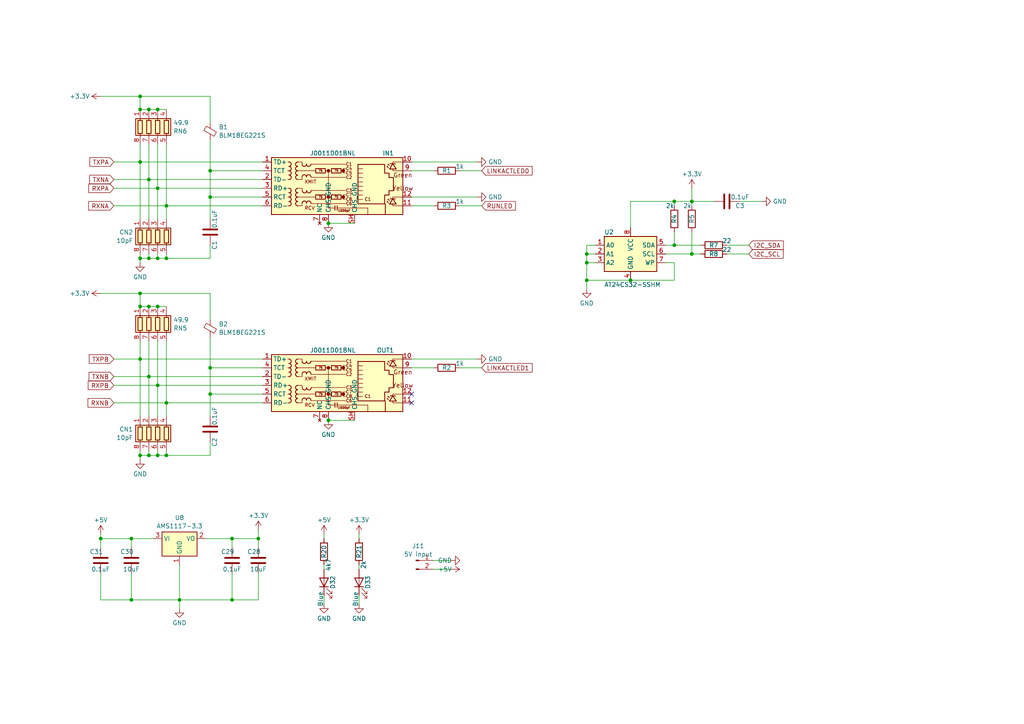
<source format=kicad_sch>
(kicad_sch
	(version 20231120)
	(generator "eeschema")
	(generator_version "8.0")
	(uuid "44502797-95d0-4488-8494-8214d539b93c")
	(paper "A4")
	(title_block
		(title "THCAD reader")
	)
	(lib_symbols
		(symbol "Connector:Conn_01x02_Pin"
			(pin_names
				(offset 1.016) hide)
			(exclude_from_sim no)
			(in_bom yes)
			(on_board yes)
			(property "Reference" "J"
				(at 0 2.54 0)
				(effects
					(font
						(size 1.27 1.27)
					)
				)
			)
			(property "Value" "Conn_01x02_Pin"
				(at 0 -5.08 0)
				(effects
					(font
						(size 1.27 1.27)
					)
				)
			)
			(property "Footprint" ""
				(at 0 0 0)
				(effects
					(font
						(size 1.27 1.27)
					)
					(hide yes)
				)
			)
			(property "Datasheet" "~"
				(at 0 0 0)
				(effects
					(font
						(size 1.27 1.27)
					)
					(hide yes)
				)
			)
			(property "Description" "Generic connector, single row, 01x02, script generated"
				(at 0 0 0)
				(effects
					(font
						(size 1.27 1.27)
					)
					(hide yes)
				)
			)
			(property "ki_locked" ""
				(at 0 0 0)
				(effects
					(font
						(size 1.27 1.27)
					)
				)
			)
			(property "ki_keywords" "connector"
				(at 0 0 0)
				(effects
					(font
						(size 1.27 1.27)
					)
					(hide yes)
				)
			)
			(property "ki_fp_filters" "Connector*:*_1x??_*"
				(at 0 0 0)
				(effects
					(font
						(size 1.27 1.27)
					)
					(hide yes)
				)
			)
			(symbol "Conn_01x02_Pin_1_1"
				(polyline
					(pts
						(xy 1.27 -2.54) (xy 0.8636 -2.54)
					)
					(stroke
						(width 0.1524)
						(type default)
					)
					(fill
						(type none)
					)
				)
				(polyline
					(pts
						(xy 1.27 0) (xy 0.8636 0)
					)
					(stroke
						(width 0.1524)
						(type default)
					)
					(fill
						(type none)
					)
				)
				(rectangle
					(start 0.8636 -2.413)
					(end 0 -2.667)
					(stroke
						(width 0.1524)
						(type default)
					)
					(fill
						(type outline)
					)
				)
				(rectangle
					(start 0.8636 0.127)
					(end 0 -0.127)
					(stroke
						(width 0.1524)
						(type default)
					)
					(fill
						(type outline)
					)
				)
				(pin passive line
					(at 5.08 0 180)
					(length 3.81)
					(name "Pin_1"
						(effects
							(font
								(size 1.27 1.27)
							)
						)
					)
					(number "1"
						(effects
							(font
								(size 1.27 1.27)
							)
						)
					)
				)
				(pin passive line
					(at 5.08 -2.54 180)
					(length 3.81)
					(name "Pin_2"
						(effects
							(font
								(size 1.27 1.27)
							)
						)
					)
					(number "2"
						(effects
							(font
								(size 1.27 1.27)
							)
						)
					)
				)
			)
		)
		(symbol "Device:C"
			(pin_numbers hide)
			(pin_names
				(offset 0.254)
			)
			(exclude_from_sim no)
			(in_bom yes)
			(on_board yes)
			(property "Reference" "C"
				(at 0.635 2.54 0)
				(effects
					(font
						(size 1.27 1.27)
					)
					(justify left)
				)
			)
			(property "Value" "C"
				(at 0.635 -2.54 0)
				(effects
					(font
						(size 1.27 1.27)
					)
					(justify left)
				)
			)
			(property "Footprint" ""
				(at 0.9652 -3.81 0)
				(effects
					(font
						(size 1.27 1.27)
					)
					(hide yes)
				)
			)
			(property "Datasheet" "~"
				(at 0 0 0)
				(effects
					(font
						(size 1.27 1.27)
					)
					(hide yes)
				)
			)
			(property "Description" "Unpolarized capacitor"
				(at 0 0 0)
				(effects
					(font
						(size 1.27 1.27)
					)
					(hide yes)
				)
			)
			(property "ki_keywords" "cap capacitor"
				(at 0 0 0)
				(effects
					(font
						(size 1.27 1.27)
					)
					(hide yes)
				)
			)
			(property "ki_fp_filters" "C_*"
				(at 0 0 0)
				(effects
					(font
						(size 1.27 1.27)
					)
					(hide yes)
				)
			)
			(symbol "C_0_1"
				(polyline
					(pts
						(xy -2.032 -0.762) (xy 2.032 -0.762)
					)
					(stroke
						(width 0.508)
						(type default)
					)
					(fill
						(type none)
					)
				)
				(polyline
					(pts
						(xy -2.032 0.762) (xy 2.032 0.762)
					)
					(stroke
						(width 0.508)
						(type default)
					)
					(fill
						(type none)
					)
				)
			)
			(symbol "C_1_1"
				(pin passive line
					(at 0 3.81 270)
					(length 2.794)
					(name "~"
						(effects
							(font
								(size 1.27 1.27)
							)
						)
					)
					(number "1"
						(effects
							(font
								(size 1.27 1.27)
							)
						)
					)
				)
				(pin passive line
					(at 0 -3.81 90)
					(length 2.794)
					(name "~"
						(effects
							(font
								(size 1.27 1.27)
							)
						)
					)
					(number "2"
						(effects
							(font
								(size 1.27 1.27)
							)
						)
					)
				)
			)
		)
		(symbol "Device:FerriteBead_Small"
			(pin_numbers hide)
			(pin_names
				(offset 0)
			)
			(exclude_from_sim no)
			(in_bom yes)
			(on_board yes)
			(property "Reference" "FB"
				(at 1.905 1.27 0)
				(effects
					(font
						(size 1.27 1.27)
					)
					(justify left)
				)
			)
			(property "Value" "FerriteBead_Small"
				(at 1.905 -1.27 0)
				(effects
					(font
						(size 1.27 1.27)
					)
					(justify left)
				)
			)
			(property "Footprint" ""
				(at -1.778 0 90)
				(effects
					(font
						(size 1.27 1.27)
					)
					(hide yes)
				)
			)
			(property "Datasheet" "~"
				(at 0 0 0)
				(effects
					(font
						(size 1.27 1.27)
					)
					(hide yes)
				)
			)
			(property "Description" "Ferrite bead, small symbol"
				(at 0 0 0)
				(effects
					(font
						(size 1.27 1.27)
					)
					(hide yes)
				)
			)
			(property "ki_keywords" "L ferrite bead inductor filter"
				(at 0 0 0)
				(effects
					(font
						(size 1.27 1.27)
					)
					(hide yes)
				)
			)
			(property "ki_fp_filters" "Inductor_* L_* *Ferrite*"
				(at 0 0 0)
				(effects
					(font
						(size 1.27 1.27)
					)
					(hide yes)
				)
			)
			(symbol "FerriteBead_Small_0_1"
				(polyline
					(pts
						(xy 0 -1.27) (xy 0 -0.7874)
					)
					(stroke
						(width 0)
						(type default)
					)
					(fill
						(type none)
					)
				)
				(polyline
					(pts
						(xy 0 0.889) (xy 0 1.2954)
					)
					(stroke
						(width 0)
						(type default)
					)
					(fill
						(type none)
					)
				)
				(polyline
					(pts
						(xy -1.8288 0.2794) (xy -1.1176 1.4986) (xy 1.8288 -0.2032) (xy 1.1176 -1.4224) (xy -1.8288 0.2794)
					)
					(stroke
						(width 0)
						(type default)
					)
					(fill
						(type none)
					)
				)
			)
			(symbol "FerriteBead_Small_1_1"
				(pin passive line
					(at 0 2.54 270)
					(length 1.27)
					(name "~"
						(effects
							(font
								(size 1.27 1.27)
							)
						)
					)
					(number "1"
						(effects
							(font
								(size 1.27 1.27)
							)
						)
					)
				)
				(pin passive line
					(at 0 -2.54 90)
					(length 1.27)
					(name "~"
						(effects
							(font
								(size 1.27 1.27)
							)
						)
					)
					(number "2"
						(effects
							(font
								(size 1.27 1.27)
							)
						)
					)
				)
			)
		)
		(symbol "Device:LED"
			(pin_numbers hide)
			(pin_names
				(offset 1.016) hide)
			(exclude_from_sim no)
			(in_bom yes)
			(on_board yes)
			(property "Reference" "D"
				(at 0 2.54 0)
				(effects
					(font
						(size 1.27 1.27)
					)
				)
			)
			(property "Value" "LED"
				(at 0 -2.54 0)
				(effects
					(font
						(size 1.27 1.27)
					)
				)
			)
			(property "Footprint" ""
				(at 0 0 0)
				(effects
					(font
						(size 1.27 1.27)
					)
					(hide yes)
				)
			)
			(property "Datasheet" "~"
				(at 0 0 0)
				(effects
					(font
						(size 1.27 1.27)
					)
					(hide yes)
				)
			)
			(property "Description" "Light emitting diode"
				(at 0 0 0)
				(effects
					(font
						(size 1.27 1.27)
					)
					(hide yes)
				)
			)
			(property "ki_keywords" "LED diode"
				(at 0 0 0)
				(effects
					(font
						(size 1.27 1.27)
					)
					(hide yes)
				)
			)
			(property "ki_fp_filters" "LED* LED_SMD:* LED_THT:*"
				(at 0 0 0)
				(effects
					(font
						(size 1.27 1.27)
					)
					(hide yes)
				)
			)
			(symbol "LED_0_1"
				(polyline
					(pts
						(xy -1.27 -1.27) (xy -1.27 1.27)
					)
					(stroke
						(width 0.254)
						(type default)
					)
					(fill
						(type none)
					)
				)
				(polyline
					(pts
						(xy -1.27 0) (xy 1.27 0)
					)
					(stroke
						(width 0)
						(type default)
					)
					(fill
						(type none)
					)
				)
				(polyline
					(pts
						(xy 1.27 -1.27) (xy 1.27 1.27) (xy -1.27 0) (xy 1.27 -1.27)
					)
					(stroke
						(width 0.254)
						(type default)
					)
					(fill
						(type none)
					)
				)
				(polyline
					(pts
						(xy -3.048 -0.762) (xy -4.572 -2.286) (xy -3.81 -2.286) (xy -4.572 -2.286) (xy -4.572 -1.524)
					)
					(stroke
						(width 0)
						(type default)
					)
					(fill
						(type none)
					)
				)
				(polyline
					(pts
						(xy -1.778 -0.762) (xy -3.302 -2.286) (xy -2.54 -2.286) (xy -3.302 -2.286) (xy -3.302 -1.524)
					)
					(stroke
						(width 0)
						(type default)
					)
					(fill
						(type none)
					)
				)
			)
			(symbol "LED_1_1"
				(pin passive line
					(at -3.81 0 0)
					(length 2.54)
					(name "K"
						(effects
							(font
								(size 1.27 1.27)
							)
						)
					)
					(number "1"
						(effects
							(font
								(size 1.27 1.27)
							)
						)
					)
				)
				(pin passive line
					(at 3.81 0 180)
					(length 2.54)
					(name "A"
						(effects
							(font
								(size 1.27 1.27)
							)
						)
					)
					(number "2"
						(effects
							(font
								(size 1.27 1.27)
							)
						)
					)
				)
			)
		)
		(symbol "Device:R"
			(pin_numbers hide)
			(pin_names
				(offset 0)
			)
			(exclude_from_sim no)
			(in_bom yes)
			(on_board yes)
			(property "Reference" "R"
				(at 2.032 0 90)
				(effects
					(font
						(size 1.27 1.27)
					)
				)
			)
			(property "Value" "R"
				(at 0 0 90)
				(effects
					(font
						(size 1.27 1.27)
					)
				)
			)
			(property "Footprint" ""
				(at -1.778 0 90)
				(effects
					(font
						(size 1.27 1.27)
					)
					(hide yes)
				)
			)
			(property "Datasheet" "~"
				(at 0 0 0)
				(effects
					(font
						(size 1.27 1.27)
					)
					(hide yes)
				)
			)
			(property "Description" "Resistor"
				(at 0 0 0)
				(effects
					(font
						(size 1.27 1.27)
					)
					(hide yes)
				)
			)
			(property "ki_keywords" "R res resistor"
				(at 0 0 0)
				(effects
					(font
						(size 1.27 1.27)
					)
					(hide yes)
				)
			)
			(property "ki_fp_filters" "R_*"
				(at 0 0 0)
				(effects
					(font
						(size 1.27 1.27)
					)
					(hide yes)
				)
			)
			(symbol "R_0_1"
				(rectangle
					(start -1.016 -2.54)
					(end 1.016 2.54)
					(stroke
						(width 0.254)
						(type default)
					)
					(fill
						(type none)
					)
				)
			)
			(symbol "R_1_1"
				(pin passive line
					(at 0 3.81 270)
					(length 1.27)
					(name "~"
						(effects
							(font
								(size 1.27 1.27)
							)
						)
					)
					(number "1"
						(effects
							(font
								(size 1.27 1.27)
							)
						)
					)
				)
				(pin passive line
					(at 0 -3.81 90)
					(length 1.27)
					(name "~"
						(effects
							(font
								(size 1.27 1.27)
							)
						)
					)
					(number "2"
						(effects
							(font
								(size 1.27 1.27)
							)
						)
					)
				)
			)
		)
		(symbol "Device:R_Pack04"
			(pin_names
				(offset 0) hide)
			(exclude_from_sim no)
			(in_bom yes)
			(on_board yes)
			(property "Reference" "RN"
				(at -7.62 0 90)
				(effects
					(font
						(size 1.27 1.27)
					)
				)
			)
			(property "Value" "R_Pack04"
				(at 5.08 0 90)
				(effects
					(font
						(size 1.27 1.27)
					)
				)
			)
			(property "Footprint" ""
				(at 6.985 0 90)
				(effects
					(font
						(size 1.27 1.27)
					)
					(hide yes)
				)
			)
			(property "Datasheet" "~"
				(at 0 0 0)
				(effects
					(font
						(size 1.27 1.27)
					)
					(hide yes)
				)
			)
			(property "Description" "4 resistor network, parallel topology"
				(at 0 0 0)
				(effects
					(font
						(size 1.27 1.27)
					)
					(hide yes)
				)
			)
			(property "ki_keywords" "R network parallel topology isolated"
				(at 0 0 0)
				(effects
					(font
						(size 1.27 1.27)
					)
					(hide yes)
				)
			)
			(property "ki_fp_filters" "DIP* SOIC* R*Array*Concave* R*Array*Convex* MSOP*"
				(at 0 0 0)
				(effects
					(font
						(size 1.27 1.27)
					)
					(hide yes)
				)
			)
			(symbol "R_Pack04_0_1"
				(rectangle
					(start -6.35 -2.413)
					(end 3.81 2.413)
					(stroke
						(width 0.254)
						(type default)
					)
					(fill
						(type background)
					)
				)
				(rectangle
					(start -5.715 1.905)
					(end -4.445 -1.905)
					(stroke
						(width 0.254)
						(type default)
					)
					(fill
						(type none)
					)
				)
				(rectangle
					(start -3.175 1.905)
					(end -1.905 -1.905)
					(stroke
						(width 0.254)
						(type default)
					)
					(fill
						(type none)
					)
				)
				(rectangle
					(start -0.635 1.905)
					(end 0.635 -1.905)
					(stroke
						(width 0.254)
						(type default)
					)
					(fill
						(type none)
					)
				)
				(polyline
					(pts
						(xy -5.08 -2.54) (xy -5.08 -1.905)
					)
					(stroke
						(width 0)
						(type default)
					)
					(fill
						(type none)
					)
				)
				(polyline
					(pts
						(xy -5.08 1.905) (xy -5.08 2.54)
					)
					(stroke
						(width 0)
						(type default)
					)
					(fill
						(type none)
					)
				)
				(polyline
					(pts
						(xy -2.54 -2.54) (xy -2.54 -1.905)
					)
					(stroke
						(width 0)
						(type default)
					)
					(fill
						(type none)
					)
				)
				(polyline
					(pts
						(xy -2.54 1.905) (xy -2.54 2.54)
					)
					(stroke
						(width 0)
						(type default)
					)
					(fill
						(type none)
					)
				)
				(polyline
					(pts
						(xy 0 -2.54) (xy 0 -1.905)
					)
					(stroke
						(width 0)
						(type default)
					)
					(fill
						(type none)
					)
				)
				(polyline
					(pts
						(xy 0 1.905) (xy 0 2.54)
					)
					(stroke
						(width 0)
						(type default)
					)
					(fill
						(type none)
					)
				)
				(polyline
					(pts
						(xy 2.54 -2.54) (xy 2.54 -1.905)
					)
					(stroke
						(width 0)
						(type default)
					)
					(fill
						(type none)
					)
				)
				(polyline
					(pts
						(xy 2.54 1.905) (xy 2.54 2.54)
					)
					(stroke
						(width 0)
						(type default)
					)
					(fill
						(type none)
					)
				)
				(rectangle
					(start 1.905 1.905)
					(end 3.175 -1.905)
					(stroke
						(width 0.254)
						(type default)
					)
					(fill
						(type none)
					)
				)
			)
			(symbol "R_Pack04_1_1"
				(pin passive line
					(at -5.08 -5.08 90)
					(length 2.54)
					(name "R1.1"
						(effects
							(font
								(size 1.27 1.27)
							)
						)
					)
					(number "1"
						(effects
							(font
								(size 1.27 1.27)
							)
						)
					)
				)
				(pin passive line
					(at -2.54 -5.08 90)
					(length 2.54)
					(name "R2.1"
						(effects
							(font
								(size 1.27 1.27)
							)
						)
					)
					(number "2"
						(effects
							(font
								(size 1.27 1.27)
							)
						)
					)
				)
				(pin passive line
					(at 0 -5.08 90)
					(length 2.54)
					(name "R3.1"
						(effects
							(font
								(size 1.27 1.27)
							)
						)
					)
					(number "3"
						(effects
							(font
								(size 1.27 1.27)
							)
						)
					)
				)
				(pin passive line
					(at 2.54 -5.08 90)
					(length 2.54)
					(name "R4.1"
						(effects
							(font
								(size 1.27 1.27)
							)
						)
					)
					(number "4"
						(effects
							(font
								(size 1.27 1.27)
							)
						)
					)
				)
				(pin passive line
					(at 2.54 5.08 270)
					(length 2.54)
					(name "R4.2"
						(effects
							(font
								(size 1.27 1.27)
							)
						)
					)
					(number "5"
						(effects
							(font
								(size 1.27 1.27)
							)
						)
					)
				)
				(pin passive line
					(at 0 5.08 270)
					(length 2.54)
					(name "R3.2"
						(effects
							(font
								(size 1.27 1.27)
							)
						)
					)
					(number "6"
						(effects
							(font
								(size 1.27 1.27)
							)
						)
					)
				)
				(pin passive line
					(at -2.54 5.08 270)
					(length 2.54)
					(name "R2.2"
						(effects
							(font
								(size 1.27 1.27)
							)
						)
					)
					(number "7"
						(effects
							(font
								(size 1.27 1.27)
							)
						)
					)
				)
				(pin passive line
					(at -5.08 5.08 270)
					(length 2.54)
					(name "R1.2"
						(effects
							(font
								(size 1.27 1.27)
							)
						)
					)
					(number "8"
						(effects
							(font
								(size 1.27 1.27)
							)
						)
					)
				)
			)
		)
		(symbol "HakansLibrary:J0011D01BNL"
			(exclude_from_sim no)
			(in_bom yes)
			(on_board yes)
			(property "Reference" "J"
				(at 17.78 10.16 0)
				(effects
					(font
						(size 1.27 1.27)
					)
					(justify right)
				)
			)
			(property "Value" "J0011D01BNL"
				(at 0 10.16 0)
				(effects
					(font
						(size 1.27 1.27)
					)
				)
			)
			(property "Footprint" ""
				(at 0 12.7 0)
				(effects
					(font
						(size 1.27 1.27)
					)
					(hide yes)
				)
			)
			(property "Datasheet" ""
				(at 0 16.51 0)
				(effects
					(font
						(size 1.27 1.27)
					)
					(justify top)
					(hide yes)
				)
			)
			(property "Description" "LAN Transformer Jack, RJ45, 10/100 BaseT"
				(at 0 0 0)
				(effects
					(font
						(size 1.27 1.27)
					)
					(hide yes)
				)
			)
			(property "ki_keywords" "lan jack socket transformer"
				(at 0 0 0)
				(effects
					(font
						(size 1.27 1.27)
					)
					(hide yes)
				)
			)
			(property "ki_fp_filters" "RJ45*Wuerth*7499010121A*"
				(at 0 0 0)
				(effects
					(font
						(size 1.27 1.27)
					)
					(hide yes)
				)
			)
			(symbol "J0011D01BNL_0_0"
				(circle
					(center -1.27 -2.54)
					(radius 0.0001)
					(stroke
						(width 0.508)
						(type default)
					)
					(fill
						(type none)
					)
				)
				(circle
					(center -1.27 5.08)
					(radius 0.0001)
					(stroke
						(width 0.508)
						(type default)
					)
					(fill
						(type none)
					)
				)
				(polyline
					(pts
						(xy -1.27 5.08) (xy -1.27 -5.715)
					)
					(stroke
						(width 0)
						(type default)
					)
					(fill
						(type none)
					)
				)
				(polyline
					(pts
						(xy 0.635 -5.08) (xy 0.635 -6.35)
					)
					(stroke
						(width 0.254)
						(type default)
					)
					(fill
						(type none)
					)
				)
				(polyline
					(pts
						(xy 1.27 -5.08) (xy 1.27 -6.35)
					)
					(stroke
						(width 0.254)
						(type default)
					)
					(fill
						(type none)
					)
				)
				(polyline
					(pts
						(xy 3.048 -2.54) (xy 2.54 -2.54)
					)
					(stroke
						(width 0)
						(type default)
					)
					(fill
						(type none)
					)
				)
				(polyline
					(pts
						(xy 3.048 5.08) (xy 2.54 5.08)
					)
					(stroke
						(width 0)
						(type default)
					)
					(fill
						(type none)
					)
				)
				(polyline
					(pts
						(xy 17.399 -3.175) (xy 17.399 -2.54) (xy 20.32 -2.54)
					)
					(stroke
						(width 0)
						(type default)
					)
					(fill
						(type none)
					)
				)
				(polyline
					(pts
						(xy 17.399 6.985) (xy 17.399 7.62) (xy 20.32 7.62)
					)
					(stroke
						(width 0)
						(type default)
					)
					(fill
						(type none)
					)
				)
				(polyline
					(pts
						(xy 20.32 -5.08) (xy 17.399 -5.08) (xy 17.399 -4.572)
					)
					(stroke
						(width 0)
						(type default)
					)
					(fill
						(type none)
					)
				)
				(polyline
					(pts
						(xy 20.32 5.08) (xy 17.399 5.08) (xy 17.399 5.588)
					)
					(stroke
						(width 0)
						(type default)
					)
					(fill
						(type none)
					)
				)
				(polyline
					(pts
						(xy 3.683 -1.905) (xy 3.048 -1.905) (xy 3.048 -3.175) (xy 3.683 -3.175)
					)
					(stroke
						(width 0)
						(type default)
					)
					(fill
						(type none)
					)
				)
				(polyline
					(pts
						(xy 3.683 5.715) (xy 3.048 5.715) (xy 3.048 4.445) (xy 3.683 4.445)
					)
					(stroke
						(width 0)
						(type default)
					)
					(fill
						(type none)
					)
				)
				(circle
					(center 3.048 -2.54)
					(radius 0.0001)
					(stroke
						(width 0.508)
						(type default)
					)
					(fill
						(type none)
					)
				)
				(circle
					(center 3.048 5.08)
					(radius 0.0001)
					(stroke
						(width 0.508)
						(type default)
					)
					(fill
						(type none)
					)
				)
				(text "C1"
					(at 4.699 6.985 0)
					(effects
						(font
							(size 0.889 0.889)
						)
					)
				)
				(text "C1"
					(at 10.16 -3.175 0)
					(effects
						(font
							(size 0.889 0.889)
						)
					)
				)
				(text "C2"
					(at 4.699 3.175 0)
					(effects
						(font
							(size 0.889 0.889)
						)
					)
				)
				(text "C3"
					(at 4.699 -0.635 0)
					(effects
						(font
							(size 0.889 0.889)
						)
					)
				)
				(text "C4"
					(at 4.699 5.715 0)
					(effects
						(font
							(size 0.889 0.889)
						)
					)
				)
				(text "C5"
					(at 4.699 4.445 0)
					(effects
						(font
							(size 0.889 0.889)
						)
					)
				)
				(text "C6"
					(at 4.699 -4.445 0)
					(effects
						(font
							(size 0.889 0.889)
						)
					)
				)
				(text "C7"
					(at 4.699 -1.905 0)
					(effects
						(font
							(size 0.889 0.889)
						)
					)
				)
				(text "C8"
					(at 4.699 -3.175 0)
					(effects
						(font
							(size 0.889 0.889)
						)
					)
				)
				(text "RCV"
					(at -8.255 -5.715 0)
					(effects
						(font
							(size 1.016 1.016)
						)
						(justify left)
					)
				)
				(text "XMIT"
					(at -8.255 1.905 0)
					(effects
						(font
							(size 1.016 1.016)
						)
						(justify left)
					)
				)
			)
			(symbol "J0011D01BNL_0_1"
				(rectangle
					(start -17.78 8.89)
					(end 20.32 -7.62)
					(stroke
						(width 0.254)
						(type default)
					)
					(fill
						(type background)
					)
				)
				(polyline
					(pts
						(xy -12.7 -5.08) (xy -13.081 -5.08)
					)
					(stroke
						(width 0)
						(type default)
					)
					(fill
						(type none)
					)
				)
				(polyline
					(pts
						(xy -12.7 -2.54) (xy -13.081 -2.54)
					)
					(stroke
						(width 0)
						(type default)
					)
					(fill
						(type none)
					)
				)
				(polyline
					(pts
						(xy -12.7 0) (xy -13.081 0)
					)
					(stroke
						(width 0)
						(type default)
					)
					(fill
						(type none)
					)
				)
				(polyline
					(pts
						(xy -12.7 2.54) (xy -13.081 2.54)
					)
					(stroke
						(width 0)
						(type default)
					)
					(fill
						(type none)
					)
				)
				(polyline
					(pts
						(xy -12.7 5.08) (xy -13.081 5.08)
					)
					(stroke
						(width 0)
						(type default)
					)
					(fill
						(type none)
					)
				)
				(polyline
					(pts
						(xy -12.7 7.62) (xy -13.081 7.62)
					)
					(stroke
						(width 0)
						(type default)
					)
					(fill
						(type none)
					)
				)
				(polyline
					(pts
						(xy -6.35 -4.445) (xy 3.683 -4.445)
					)
					(stroke
						(width 0)
						(type default)
					)
					(fill
						(type none)
					)
				)
				(polyline
					(pts
						(xy -6.35 3.175) (xy 3.683 3.175)
					)
					(stroke
						(width 0)
						(type default)
					)
					(fill
						(type none)
					)
				)
				(polyline
					(pts
						(xy -6.35 6.985) (xy 3.683 6.985)
					)
					(stroke
						(width 0)
						(type default)
					)
					(fill
						(type none)
					)
				)
				(polyline
					(pts
						(xy -6.223 -0.635) (xy 3.683 -0.635)
					)
					(stroke
						(width 0)
						(type default)
					)
					(fill
						(type none)
					)
				)
				(polyline
					(pts
						(xy -5.08 -2.54) (xy -10.16 -2.54)
					)
					(stroke
						(width 0)
						(type default)
					)
					(fill
						(type none)
					)
				)
				(polyline
					(pts
						(xy -4.953 5.08) (xy -10.16 5.08)
					)
					(stroke
						(width 0)
						(type default)
					)
					(fill
						(type none)
					)
				)
				(polyline
					(pts
						(xy -2.159 -2.54) (xy -0.381 -2.54)
					)
					(stroke
						(width 0)
						(type default)
					)
					(fill
						(type none)
					)
				)
				(polyline
					(pts
						(xy -2.159 5.08) (xy -0.381 5.08)
					)
					(stroke
						(width 0)
						(type default)
					)
					(fill
						(type none)
					)
				)
				(polyline
					(pts
						(xy 0.635 -5.715) (xy -1.27 -5.715)
					)
					(stroke
						(width 0)
						(type default)
					)
					(fill
						(type none)
					)
				)
				(polyline
					(pts
						(xy 7.4295 -1.9685) (xy 8.6995 -1.9685)
					)
					(stroke
						(width 0)
						(type default)
					)
					(fill
						(type none)
					)
				)
				(polyline
					(pts
						(xy 7.4295 -0.6985) (xy 8.6995 -0.6985)
					)
					(stroke
						(width 0)
						(type default)
					)
					(fill
						(type none)
					)
				)
				(polyline
					(pts
						(xy 7.4295 0.5715) (xy 8.6995 0.5715)
					)
					(stroke
						(width 0)
						(type default)
					)
					(fill
						(type none)
					)
				)
				(polyline
					(pts
						(xy 7.4295 1.8415) (xy 8.6995 1.8415)
					)
					(stroke
						(width 0)
						(type default)
					)
					(fill
						(type none)
					)
				)
				(polyline
					(pts
						(xy 7.4295 3.1115) (xy 8.6995 3.1115)
					)
					(stroke
						(width 0)
						(type default)
					)
					(fill
						(type none)
					)
				)
				(polyline
					(pts
						(xy 8.6995 -3.2385) (xy 7.4295 -3.2385)
					)
					(stroke
						(width 0)
						(type default)
					)
					(fill
						(type none)
					)
				)
				(polyline
					(pts
						(xy 8.6995 4.3815) (xy 7.4295 4.3815)
					)
					(stroke
						(width 0)
						(type default)
					)
					(fill
						(type none)
					)
				)
				(polyline
					(pts
						(xy 8.6995 5.6515) (xy 7.4295 5.6515)
					)
					(stroke
						(width 0)
						(type default)
					)
					(fill
						(type none)
					)
				)
				(polyline
					(pts
						(xy 10.16 -5.715) (xy 1.27 -5.715)
					)
					(stroke
						(width 0)
						(type default)
					)
					(fill
						(type none)
					)
				)
				(polyline
					(pts
						(xy 10.16 -5.715) (xy 10.16 -7.62)
					)
					(stroke
						(width 0)
						(type default)
					)
					(fill
						(type none)
					)
				)
				(polyline
					(pts
						(xy -10.16 0) (xy -8.89 0) (xy -8.89 -0.635)
					)
					(stroke
						(width 0)
						(type default)
					)
					(fill
						(type none)
					)
				)
				(polyline
					(pts
						(xy -10.16 7.62) (xy -8.89 7.62) (xy -8.89 6.985)
					)
					(stroke
						(width 0)
						(type default)
					)
					(fill
						(type none)
					)
				)
				(polyline
					(pts
						(xy -8.89 -4.445) (xy -8.89 -5.08) (xy -10.16 -5.08)
					)
					(stroke
						(width 0)
						(type default)
					)
					(fill
						(type none)
					)
				)
				(polyline
					(pts
						(xy -8.89 3.175) (xy -8.89 2.54) (xy -10.16 2.54)
					)
					(stroke
						(width 0)
						(type default)
					)
					(fill
						(type none)
					)
				)
			)
			(symbol "J0011D01BNL_1_0"
				(text "1000pF"
					(at 3.302 -6.477 0)
					(effects
						(font
							(size 0.635 0.635)
						)
					)
				)
			)
			(symbol "J0011D01BNL_1_1"
				(arc
					(start -12.7 -1.27)
					(mid -12.0677 -0.635)
					(end -12.7 0)
					(stroke
						(width 0.254)
						(type default)
					)
					(fill
						(type none)
					)
				)
				(arc
					(start -12.6973 -5.08)
					(mid -12.065 -4.445)
					(end -12.6973 -3.81)
					(stroke
						(width 0.254)
						(type default)
					)
					(fill
						(type none)
					)
				)
				(arc
					(start -12.6973 -3.81)
					(mid -12.065 -3.175)
					(end -12.6973 -2.54)
					(stroke
						(width 0.254)
						(type default)
					)
					(fill
						(type none)
					)
				)
				(arc
					(start -12.6973 -2.54)
					(mid -12.065 -1.905)
					(end -12.6973 -1.27)
					(stroke
						(width 0.254)
						(type default)
					)
					(fill
						(type none)
					)
				)
				(arc
					(start -12.6973 6.35)
					(mid -12.065 6.985)
					(end -12.6973 7.62)
					(stroke
						(width 0.254)
						(type default)
					)
					(fill
						(type none)
					)
				)
				(arc
					(start -12.6946 2.54)
					(mid -12.0623 3.175)
					(end -12.6946 3.81)
					(stroke
						(width 0.254)
						(type default)
					)
					(fill
						(type none)
					)
				)
				(arc
					(start -12.6946 3.81)
					(mid -12.0623 4.445)
					(end -12.6946 5.08)
					(stroke
						(width 0.254)
						(type default)
					)
					(fill
						(type none)
					)
				)
				(arc
					(start -12.6946 5.08)
					(mid -12.0623 5.715)
					(end -12.6946 6.35)
					(stroke
						(width 0.254)
						(type default)
					)
					(fill
						(type none)
					)
				)
				(arc
					(start -10.1654 -2.54)
					(mid -10.7977 -3.175)
					(end -10.1654 -3.81)
					(stroke
						(width 0.254)
						(type default)
					)
					(fill
						(type none)
					)
				)
				(arc
					(start -10.1654 -1.27)
					(mid -10.7977 -1.905)
					(end -10.1654 -2.54)
					(stroke
						(width 0.254)
						(type default)
					)
					(fill
						(type none)
					)
				)
				(arc
					(start -10.1654 0)
					(mid -10.7977 -0.635)
					(end -10.1654 -1.27)
					(stroke
						(width 0.254)
						(type default)
					)
					(fill
						(type none)
					)
				)
				(arc
					(start -10.1654 5.08)
					(mid -10.7977 4.445)
					(end -10.1654 3.81)
					(stroke
						(width 0.254)
						(type default)
					)
					(fill
						(type none)
					)
				)
				(arc
					(start -10.1654 6.35)
					(mid -10.7977 5.715)
					(end -10.1654 5.08)
					(stroke
						(width 0.254)
						(type default)
					)
					(fill
						(type none)
					)
				)
				(arc
					(start -10.1654 7.62)
					(mid -10.7977 6.985)
					(end -10.1654 6.35)
					(stroke
						(width 0.254)
						(type default)
					)
					(fill
						(type none)
					)
				)
				(arc
					(start -10.1627 -3.81)
					(mid -10.795 -4.445)
					(end -10.1627 -5.08)
					(stroke
						(width 0.254)
						(type default)
					)
					(fill
						(type none)
					)
				)
				(arc
					(start -10.1627 3.81)
					(mid -10.795 3.175)
					(end -10.1627 2.54)
					(stroke
						(width 0.254)
						(type default)
					)
					(fill
						(type none)
					)
				)
				(arc
					(start -8.89 6.9823)
					(mid -8.255 6.35)
					(end -7.62 6.9823)
					(stroke
						(width 0.254)
						(type default)
					)
					(fill
						(type none)
					)
				)
				(arc
					(start -8.8265 -0.7012)
					(mid -8.1915 -1.3335)
					(end -7.5565 -0.7012)
					(stroke
						(width 0.254)
						(type default)
					)
					(fill
						(type none)
					)
				)
				(arc
					(start -7.62 -4.3153)
					(mid -8.255 -3.683)
					(end -8.89 -4.3153)
					(stroke
						(width 0.254)
						(type default)
					)
					(fill
						(type none)
					)
				)
				(arc
					(start -7.62 3.3047)
					(mid -8.255 3.937)
					(end -8.89 3.3047)
					(stroke
						(width 0.254)
						(type default)
					)
					(fill
						(type none)
					)
				)
				(arc
					(start -7.62 6.985)
					(mid -6.985 6.3527)
					(end -6.35 6.985)
					(stroke
						(width 0.254)
						(type default)
					)
					(fill
						(type none)
					)
				)
				(arc
					(start -7.5565 -0.6985)
					(mid -6.9215 -1.3308)
					(end -6.2865 -0.6985)
					(stroke
						(width 0.254)
						(type default)
					)
					(fill
						(type none)
					)
				)
				(arc
					(start -6.35 -4.3126)
					(mid -6.985 -3.6803)
					(end -7.62 -4.3126)
					(stroke
						(width 0.254)
						(type default)
					)
					(fill
						(type none)
					)
				)
				(arc
					(start -6.35 3.3074)
					(mid -6.985 3.9397)
					(end -7.62 3.3074)
					(stroke
						(width 0.254)
						(type default)
					)
					(fill
						(type none)
					)
				)
				(rectangle
					(start -4.953 -1.905)
					(end -2.159 -3.175)
					(stroke
						(width 0.254)
						(type default)
					)
					(fill
						(type none)
					)
				)
				(rectangle
					(start -4.953 5.715)
					(end -2.159 4.445)
					(stroke
						(width 0.254)
						(type default)
					)
					(fill
						(type none)
					)
				)
				(rectangle
					(start -0.381 -1.905)
					(end 2.413 -3.175)
					(stroke
						(width 0.254)
						(type default)
					)
					(fill
						(type none)
					)
				)
				(rectangle
					(start -0.381 5.715)
					(end 2.413 4.445)
					(stroke
						(width 0.254)
						(type default)
					)
					(fill
						(type none)
					)
				)
				(polyline
					(pts
						(xy 15.24 -7.62) (xy 15.24 -4.572)
					)
					(stroke
						(width 0.254)
						(type default)
					)
					(fill
						(type none)
					)
				)
				(polyline
					(pts
						(xy 15.748 -3.81) (xy 15.748 -4.064)
					)
					(stroke
						(width 0)
						(type default)
					)
					(fill
						(type none)
					)
				)
				(polyline
					(pts
						(xy 15.748 6.35) (xy 15.748 6.096)
					)
					(stroke
						(width 0)
						(type default)
					)
					(fill
						(type none)
					)
				)
				(polyline
					(pts
						(xy 16.002 -3.175) (xy 16.002 -3.429)
					)
					(stroke
						(width 0)
						(type default)
					)
					(fill
						(type none)
					)
				)
				(polyline
					(pts
						(xy 16.002 6.985) (xy 16.002 6.731)
					)
					(stroke
						(width 0)
						(type default)
					)
					(fill
						(type none)
					)
				)
				(polyline
					(pts
						(xy 16.637 -3.048) (xy 18.161 -3.048)
					)
					(stroke
						(width 0.254)
						(type default)
					)
					(fill
						(type none)
					)
				)
				(polyline
					(pts
						(xy 16.637 7.112) (xy 18.161 7.112)
					)
					(stroke
						(width 0.254)
						(type default)
					)
					(fill
						(type none)
					)
				)
				(polyline
					(pts
						(xy 16.256 -4.318) (xy 15.748 -3.81) (xy 16.002 -3.81)
					)
					(stroke
						(width 0)
						(type default)
					)
					(fill
						(type none)
					)
				)
				(polyline
					(pts
						(xy 16.256 5.842) (xy 15.748 6.35) (xy 16.002 6.35)
					)
					(stroke
						(width 0)
						(type default)
					)
					(fill
						(type none)
					)
				)
				(polyline
					(pts
						(xy 16.51 -3.683) (xy 16.002 -3.175) (xy 16.256 -3.175)
					)
					(stroke
						(width 0)
						(type default)
					)
					(fill
						(type none)
					)
				)
				(polyline
					(pts
						(xy 16.51 6.477) (xy 16.002 6.985) (xy 16.256 6.985)
					)
					(stroke
						(width 0)
						(type default)
					)
					(fill
						(type none)
					)
				)
				(polyline
					(pts
						(xy 16.51 -4.572) (xy 18.415 -4.572) (xy 17.399 -3.048) (xy 16.51 -4.572)
					)
					(stroke
						(width 0.254)
						(type default)
					)
					(fill
						(type none)
					)
				)
				(polyline
					(pts
						(xy 16.51 5.588) (xy 18.415 5.588) (xy 17.399 7.112) (xy 16.51 5.588)
					)
					(stroke
						(width 0.254)
						(type default)
					)
					(fill
						(type none)
					)
				)
				(polyline
					(pts
						(xy 7.3025 -4.5085) (xy 7.3025 6.9215) (xy 15.0495 6.9215) (xy 15.0495 4.3815) (xy 16.3195 4.3815)
						(xy 16.3195 3.1115) (xy 17.5895 3.1115) (xy 17.5895 -0.6985) (xy 16.3195 -0.6985) (xy 16.3195 -1.9685)
						(xy 15.0495 -1.9685) (xy 15.0495 -4.5085) (xy 7.3025 -4.5085)
					)
					(stroke
						(width 0.254)
						(type default)
					)
					(fill
						(type none)
					)
				)
				(text "75"
					(at -3.556 -2.54 0)
					(effects
						(font
							(size 0.635 0.635)
						)
					)
				)
				(text "75"
					(at -3.556 5.08 0)
					(effects
						(font
							(size 0.635 0.635)
						)
					)
				)
				(text "75"
					(at 1.016 -2.54 0)
					(effects
						(font
							(size 0.635 0.635)
						)
					)
				)
				(text "75"
					(at 1.016 5.08 0)
					(effects
						(font
							(size 0.635 0.635)
						)
					)
				)
				(text "Green"
					(at 20.32 3.81 0)
					(effects
						(font
							(size 1.27 1.27)
						)
					)
				)
				(text "Yellow"
					(at 20.32 0 0)
					(effects
						(font
							(size 1.27 1.27)
						)
					)
				)
				(pin passive line
					(at -20.32 7.62 0)
					(length 2.54)
					(name "TD+"
						(effects
							(font
								(size 1.27 1.27)
							)
						)
					)
					(number "1"
						(effects
							(font
								(size 1.27 1.27)
							)
						)
					)
				)
				(pin passive line
					(at 22.86 7.62 180)
					(length 2.54)
					(name ""
						(effects
							(font
								(size 1.27 1.27)
							)
						)
					)
					(number "10"
						(effects
							(font
								(size 1.27 1.27)
							)
						)
					)
				)
				(pin passive line
					(at 22.86 -5.08 180)
					(length 2.54)
					(name ""
						(effects
							(font
								(size 1.27 1.27)
							)
						)
					)
					(number "11"
						(effects
							(font
								(size 1.27 1.27)
							)
						)
					)
				)
				(pin passive line
					(at 22.86 -2.54 180)
					(length 2.54)
					(name ""
						(effects
							(font
								(size 1.27 1.27)
							)
						)
					)
					(number "12"
						(effects
							(font
								(size 1.27 1.27)
							)
						)
					)
				)
				(pin passive line
					(at -20.32 2.54 0)
					(length 2.54)
					(name "TD-"
						(effects
							(font
								(size 1.27 1.27)
							)
						)
					)
					(number "2"
						(effects
							(font
								(size 1.27 1.27)
							)
						)
					)
				)
				(pin passive line
					(at -20.32 0 0)
					(length 2.54)
					(name "RD+"
						(effects
							(font
								(size 1.27 1.27)
							)
						)
					)
					(number "3"
						(effects
							(font
								(size 1.27 1.27)
							)
						)
					)
				)
				(pin passive line
					(at -20.32 5.08 0)
					(length 2.54)
					(name "TCT"
						(effects
							(font
								(size 1.27 1.27)
							)
						)
					)
					(number "4"
						(effects
							(font
								(size 1.27 1.27)
							)
						)
					)
				)
				(pin passive line
					(at -20.32 -2.54 0)
					(length 2.54)
					(name "RCT"
						(effects
							(font
								(size 1.27 1.27)
							)
						)
					)
					(number "5"
						(effects
							(font
								(size 1.27 1.27)
							)
						)
					)
				)
				(pin passive line
					(at -20.32 -5.08 0)
					(length 2.54)
					(name "RD-"
						(effects
							(font
								(size 1.27 1.27)
							)
						)
					)
					(number "6"
						(effects
							(font
								(size 1.27 1.27)
							)
						)
					)
				)
				(pin no_connect line
					(at -3.81 -10.16 90)
					(length 2.54)
					(name "NC"
						(effects
							(font
								(size 1.27 1.27)
							)
						)
					)
					(number "7"
						(effects
							(font
								(size 1.27 1.27)
							)
						)
					)
				)
				(pin no_connect line
					(at 20.32 0 0)
					(length 0) hide
					(name "NC"
						(effects
							(font
								(size 1.27 1.27)
							)
						)
					)
					(number "7"
						(effects
							(font
								(size 1.27 1.27)
							)
						)
					)
				)
				(pin power_in line
					(at -1.27 -10.16 90)
					(length 2.54)
					(name "CHS_GND"
						(effects
							(font
								(size 1.27 1.27)
							)
						)
					)
					(number "8"
						(effects
							(font
								(size 1.27 1.27)
							)
						)
					)
				)
				(pin passive line
					(at 22.86 5.08 180)
					(length 2.54)
					(name ""
						(effects
							(font
								(size 1.27 1.27)
							)
						)
					)
					(number "9"
						(effects
							(font
								(size 1.27 1.27)
							)
						)
					)
				)
				(pin power_in line
					(at 6.35 -10.16 90)
					(length 2.54)
					(name "CHS_GND"
						(effects
							(font
								(size 1.27 1.27)
							)
						)
					)
					(number "SH"
						(effects
							(font
								(size 1.27 1.27)
							)
						)
					)
				)
			)
		)
		(symbol "Memory_EEPROM:AT24CS32-SSHM"
			(exclude_from_sim no)
			(in_bom yes)
			(on_board yes)
			(property "Reference" "U"
				(at -7.62 6.35 0)
				(effects
					(font
						(size 1.27 1.27)
					)
				)
			)
			(property "Value" "AT24CS32-SSHM"
				(at 2.54 -6.35 0)
				(effects
					(font
						(size 1.27 1.27)
					)
					(justify left)
				)
			)
			(property "Footprint" "Package_SO:SOIC-8_3.9x4.9mm_P1.27mm"
				(at 0 0 0)
				(effects
					(font
						(size 1.27 1.27)
					)
					(hide yes)
				)
			)
			(property "Datasheet" "http://ww1.microchip.com/downloads/en/DeviceDoc/Atmel-8869-SEEPROM-AT24CS32-Datasheet.pdf"
				(at 0 0 0)
				(effects
					(font
						(size 1.27 1.27)
					)
					(hide yes)
				)
			)
			(property "Description" "I2C Serial EEPROM, 32Kb (4096x8) with Unique Serial Number, SO8"
				(at 0 0 0)
				(effects
					(font
						(size 1.27 1.27)
					)
					(hide yes)
				)
			)
			(property "ki_keywords" "I2C Serial EEPROM Nonvolatile Memory"
				(at 0 0 0)
				(effects
					(font
						(size 1.27 1.27)
					)
					(hide yes)
				)
			)
			(property "ki_fp_filters" "SOIC*3.9x4.9mm*P1.27mm*"
				(at 0 0 0)
				(effects
					(font
						(size 1.27 1.27)
					)
					(hide yes)
				)
			)
			(symbol "AT24CS32-SSHM_1_1"
				(rectangle
					(start -7.62 5.08)
					(end 7.62 -5.08)
					(stroke
						(width 0.254)
						(type default)
					)
					(fill
						(type background)
					)
				)
				(pin input line
					(at -10.16 2.54 0)
					(length 2.54)
					(name "A0"
						(effects
							(font
								(size 1.27 1.27)
							)
						)
					)
					(number "1"
						(effects
							(font
								(size 1.27 1.27)
							)
						)
					)
				)
				(pin input line
					(at -10.16 0 0)
					(length 2.54)
					(name "A1"
						(effects
							(font
								(size 1.27 1.27)
							)
						)
					)
					(number "2"
						(effects
							(font
								(size 1.27 1.27)
							)
						)
					)
				)
				(pin input line
					(at -10.16 -2.54 0)
					(length 2.54)
					(name "A2"
						(effects
							(font
								(size 1.27 1.27)
							)
						)
					)
					(number "3"
						(effects
							(font
								(size 1.27 1.27)
							)
						)
					)
				)
				(pin power_in line
					(at 0 -7.62 90)
					(length 2.54)
					(name "GND"
						(effects
							(font
								(size 1.27 1.27)
							)
						)
					)
					(number "4"
						(effects
							(font
								(size 1.27 1.27)
							)
						)
					)
				)
				(pin bidirectional line
					(at 10.16 2.54 180)
					(length 2.54)
					(name "SDA"
						(effects
							(font
								(size 1.27 1.27)
							)
						)
					)
					(number "5"
						(effects
							(font
								(size 1.27 1.27)
							)
						)
					)
				)
				(pin input line
					(at 10.16 0 180)
					(length 2.54)
					(name "SCL"
						(effects
							(font
								(size 1.27 1.27)
							)
						)
					)
					(number "6"
						(effects
							(font
								(size 1.27 1.27)
							)
						)
					)
				)
				(pin input line
					(at 10.16 -2.54 180)
					(length 2.54)
					(name "WP"
						(effects
							(font
								(size 1.27 1.27)
							)
						)
					)
					(number "7"
						(effects
							(font
								(size 1.27 1.27)
							)
						)
					)
				)
				(pin power_in line
					(at 0 7.62 270)
					(length 2.54)
					(name "VCC"
						(effects
							(font
								(size 1.27 1.27)
							)
						)
					)
					(number "8"
						(effects
							(font
								(size 1.27 1.27)
							)
						)
					)
				)
			)
		)
		(symbol "Regulator_Linear:AMS1117-3.3"
			(exclude_from_sim no)
			(in_bom yes)
			(on_board yes)
			(property "Reference" "U"
				(at -3.81 3.175 0)
				(effects
					(font
						(size 1.27 1.27)
					)
				)
			)
			(property "Value" "AMS1117-3.3"
				(at 0 3.175 0)
				(effects
					(font
						(size 1.27 1.27)
					)
					(justify left)
				)
			)
			(property "Footprint" "Package_TO_SOT_SMD:SOT-223-3_TabPin2"
				(at 0 5.08 0)
				(effects
					(font
						(size 1.27 1.27)
					)
					(hide yes)
				)
			)
			(property "Datasheet" "http://www.advanced-monolithic.com/pdf/ds1117.pdf"
				(at 2.54 -6.35 0)
				(effects
					(font
						(size 1.27 1.27)
					)
					(hide yes)
				)
			)
			(property "Description" "1A Low Dropout regulator, positive, 3.3V fixed output, SOT-223"
				(at 0 0 0)
				(effects
					(font
						(size 1.27 1.27)
					)
					(hide yes)
				)
			)
			(property "ki_keywords" "linear regulator ldo fixed positive"
				(at 0 0 0)
				(effects
					(font
						(size 1.27 1.27)
					)
					(hide yes)
				)
			)
			(property "ki_fp_filters" "SOT?223*TabPin2*"
				(at 0 0 0)
				(effects
					(font
						(size 1.27 1.27)
					)
					(hide yes)
				)
			)
			(symbol "AMS1117-3.3_0_1"
				(rectangle
					(start -5.08 -5.08)
					(end 5.08 1.905)
					(stroke
						(width 0.254)
						(type default)
					)
					(fill
						(type background)
					)
				)
			)
			(symbol "AMS1117-3.3_1_1"
				(pin power_in line
					(at 0 -7.62 90)
					(length 2.54)
					(name "GND"
						(effects
							(font
								(size 1.27 1.27)
							)
						)
					)
					(number "1"
						(effects
							(font
								(size 1.27 1.27)
							)
						)
					)
				)
				(pin power_out line
					(at 7.62 0 180)
					(length 2.54)
					(name "VO"
						(effects
							(font
								(size 1.27 1.27)
							)
						)
					)
					(number "2"
						(effects
							(font
								(size 1.27 1.27)
							)
						)
					)
				)
				(pin power_in line
					(at -7.62 0 0)
					(length 2.54)
					(name "VI"
						(effects
							(font
								(size 1.27 1.27)
							)
						)
					)
					(number "3"
						(effects
							(font
								(size 1.27 1.27)
							)
						)
					)
				)
			)
		)
		(symbol "power:+3.3V"
			(power)
			(pin_names
				(offset 0)
			)
			(exclude_from_sim no)
			(in_bom yes)
			(on_board yes)
			(property "Reference" "#PWR"
				(at 0 -3.81 0)
				(effects
					(font
						(size 1.27 1.27)
					)
					(hide yes)
				)
			)
			(property "Value" "+3.3V"
				(at 0 3.556 0)
				(effects
					(font
						(size 1.27 1.27)
					)
				)
			)
			(property "Footprint" ""
				(at 0 0 0)
				(effects
					(font
						(size 1.27 1.27)
					)
					(hide yes)
				)
			)
			(property "Datasheet" ""
				(at 0 0 0)
				(effects
					(font
						(size 1.27 1.27)
					)
					(hide yes)
				)
			)
			(property "Description" "Power symbol creates a global label with name \"+3.3V\""
				(at 0 0 0)
				(effects
					(font
						(size 1.27 1.27)
					)
					(hide yes)
				)
			)
			(property "ki_keywords" "global power"
				(at 0 0 0)
				(effects
					(font
						(size 1.27 1.27)
					)
					(hide yes)
				)
			)
			(symbol "+3.3V_0_1"
				(polyline
					(pts
						(xy -0.762 1.27) (xy 0 2.54)
					)
					(stroke
						(width 0)
						(type default)
					)
					(fill
						(type none)
					)
				)
				(polyline
					(pts
						(xy 0 0) (xy 0 2.54)
					)
					(stroke
						(width 0)
						(type default)
					)
					(fill
						(type none)
					)
				)
				(polyline
					(pts
						(xy 0 2.54) (xy 0.762 1.27)
					)
					(stroke
						(width 0)
						(type default)
					)
					(fill
						(type none)
					)
				)
			)
			(symbol "+3.3V_1_1"
				(pin power_in line
					(at 0 0 90)
					(length 0) hide
					(name "+3.3V"
						(effects
							(font
								(size 1.27 1.27)
							)
						)
					)
					(number "1"
						(effects
							(font
								(size 1.27 1.27)
							)
						)
					)
				)
			)
		)
		(symbol "power:+5V"
			(power)
			(pin_names
				(offset 0)
			)
			(exclude_from_sim no)
			(in_bom yes)
			(on_board yes)
			(property "Reference" "#PWR"
				(at 0 -3.81 0)
				(effects
					(font
						(size 1.27 1.27)
					)
					(hide yes)
				)
			)
			(property "Value" "+5V"
				(at 0 3.556 0)
				(effects
					(font
						(size 1.27 1.27)
					)
				)
			)
			(property "Footprint" ""
				(at 0 0 0)
				(effects
					(font
						(size 1.27 1.27)
					)
					(hide yes)
				)
			)
			(property "Datasheet" ""
				(at 0 0 0)
				(effects
					(font
						(size 1.27 1.27)
					)
					(hide yes)
				)
			)
			(property "Description" "Power symbol creates a global label with name \"+5V\""
				(at 0 0 0)
				(effects
					(font
						(size 1.27 1.27)
					)
					(hide yes)
				)
			)
			(property "ki_keywords" "global power"
				(at 0 0 0)
				(effects
					(font
						(size 1.27 1.27)
					)
					(hide yes)
				)
			)
			(symbol "+5V_0_1"
				(polyline
					(pts
						(xy -0.762 1.27) (xy 0 2.54)
					)
					(stroke
						(width 0)
						(type default)
					)
					(fill
						(type none)
					)
				)
				(polyline
					(pts
						(xy 0 0) (xy 0 2.54)
					)
					(stroke
						(width 0)
						(type default)
					)
					(fill
						(type none)
					)
				)
				(polyline
					(pts
						(xy 0 2.54) (xy 0.762 1.27)
					)
					(stroke
						(width 0)
						(type default)
					)
					(fill
						(type none)
					)
				)
			)
			(symbol "+5V_1_1"
				(pin power_in line
					(at 0 0 90)
					(length 0) hide
					(name "+5V"
						(effects
							(font
								(size 1.27 1.27)
							)
						)
					)
					(number "1"
						(effects
							(font
								(size 1.27 1.27)
							)
						)
					)
				)
			)
		)
		(symbol "power:GND"
			(power)
			(pin_names
				(offset 0)
			)
			(exclude_from_sim no)
			(in_bom yes)
			(on_board yes)
			(property "Reference" "#PWR"
				(at 0 -6.35 0)
				(effects
					(font
						(size 1.27 1.27)
					)
					(hide yes)
				)
			)
			(property "Value" "GND"
				(at 0 -3.81 0)
				(effects
					(font
						(size 1.27 1.27)
					)
				)
			)
			(property "Footprint" ""
				(at 0 0 0)
				(effects
					(font
						(size 1.27 1.27)
					)
					(hide yes)
				)
			)
			(property "Datasheet" ""
				(at 0 0 0)
				(effects
					(font
						(size 1.27 1.27)
					)
					(hide yes)
				)
			)
			(property "Description" "Power symbol creates a global label with name \"GND\" , ground"
				(at 0 0 0)
				(effects
					(font
						(size 1.27 1.27)
					)
					(hide yes)
				)
			)
			(property "ki_keywords" "global power"
				(at 0 0 0)
				(effects
					(font
						(size 1.27 1.27)
					)
					(hide yes)
				)
			)
			(symbol "GND_0_1"
				(polyline
					(pts
						(xy 0 0) (xy 0 -1.27) (xy 1.27 -1.27) (xy 0 -2.54) (xy -1.27 -1.27) (xy 0 -1.27)
					)
					(stroke
						(width 0)
						(type default)
					)
					(fill
						(type none)
					)
				)
			)
			(symbol "GND_1_1"
				(pin power_in line
					(at 0 0 270)
					(length 0) hide
					(name "GND"
						(effects
							(font
								(size 1.27 1.27)
							)
						)
					)
					(number "1"
						(effects
							(font
								(size 1.27 1.27)
							)
						)
					)
				)
			)
		)
	)
	(junction
		(at 170.18 81.28)
		(diameter 0)
		(color 0 0 0 0)
		(uuid "02359a45-d280-4278-b595-8150e4614b76")
	)
	(junction
		(at 45.72 31.75)
		(diameter 0)
		(color 0 0 0 0)
		(uuid "08efd3fa-8252-44aa-9fc1-fbdd7f33d439")
	)
	(junction
		(at 60.96 106.68)
		(diameter 0)
		(color 0 0 0 0)
		(uuid "0f63c6ef-f0f0-4218-a2ed-fe866ef45322")
	)
	(junction
		(at 38.1 173.99)
		(diameter 0)
		(color 0 0 0 0)
		(uuid "0f98e861-ddf6-4d25-96c7-839c82b108f6")
	)
	(junction
		(at 40.64 31.75)
		(diameter 0)
		(color 0 0 0 0)
		(uuid "1b9b6d41-b4a0-4648-8d4a-518eff100c6a")
	)
	(junction
		(at 45.72 111.76)
		(diameter 0)
		(color 0 0 0 0)
		(uuid "1d6ece87-ea7a-42d4-b7ca-bc3b4f03d0c7")
	)
	(junction
		(at 48.26 132.08)
		(diameter 0)
		(color 0 0 0 0)
		(uuid "1e0ea68e-c141-488c-ab1a-29b3a7bee6d1")
	)
	(junction
		(at 43.18 52.07)
		(diameter 0)
		(color 0 0 0 0)
		(uuid "266d5b6a-b5c5-4abc-b8d2-9331475730b6")
	)
	(junction
		(at 170.18 73.66)
		(diameter 0)
		(color 0 0 0 0)
		(uuid "28f6062a-cbc7-4302-8115-49a2de18d093")
	)
	(junction
		(at 45.72 88.9)
		(diameter 0)
		(color 0 0 0 0)
		(uuid "2f57485f-bc78-48a2-be85-cd9ebe96bb7f")
	)
	(junction
		(at 40.64 74.93)
		(diameter 0)
		(color 0 0 0 0)
		(uuid "367e3a53-2257-46f0-a714-e997d51b8040")
	)
	(junction
		(at 195.58 71.12)
		(diameter 0)
		(color 0 0 0 0)
		(uuid "39941981-6f91-415f-8b38-caa391819c35")
	)
	(junction
		(at 95.25 121.92)
		(diameter 0)
		(color 0 0 0 0)
		(uuid "3c3e3526-6204-497f-9f9c-5b45e4b9add3")
	)
	(junction
		(at 48.26 116.84)
		(diameter 0)
		(color 0 0 0 0)
		(uuid "3f6be071-e949-4557-b138-c2b5bbcbeac4")
	)
	(junction
		(at 200.66 58.42)
		(diameter 0)
		(color 0 0 0 0)
		(uuid "42a08367-5347-4dbc-be99-8a20c822509a")
	)
	(junction
		(at 48.26 59.69)
		(diameter 0)
		(color 0 0 0 0)
		(uuid "44e06539-65c9-4617-8d41-e9fa05551d21")
	)
	(junction
		(at 67.31 156.21)
		(diameter 0)
		(color 0 0 0 0)
		(uuid "4d15fe70-c687-438c-b3f9-828cc20d0227")
	)
	(junction
		(at 43.18 88.9)
		(diameter 0)
		(color 0 0 0 0)
		(uuid "52871cc0-fed3-44d1-bd83-8d6a06289634")
	)
	(junction
		(at 48.26 74.93)
		(diameter 0)
		(color 0 0 0 0)
		(uuid "69298f6c-c93d-46ce-bb68-810ceb0fc99d")
	)
	(junction
		(at 40.64 27.94)
		(diameter 0)
		(color 0 0 0 0)
		(uuid "6a304377-6dbf-44c7-8c6e-f24f57aacfc4")
	)
	(junction
		(at 60.96 49.53)
		(diameter 0)
		(color 0 0 0 0)
		(uuid "6f483612-3c96-4597-b962-48979959f369")
	)
	(junction
		(at 45.72 74.93)
		(diameter 0)
		(color 0 0 0 0)
		(uuid "6fd16032-5427-4447-9be8-4497cc869581")
	)
	(junction
		(at 195.58 58.42)
		(diameter 0)
		(color 0 0 0 0)
		(uuid "721077d3-cb97-40f2-beb1-34a468d7f7fa")
	)
	(junction
		(at 40.64 132.08)
		(diameter 0)
		(color 0 0 0 0)
		(uuid "733b205d-ee73-498a-ab12-206895689ba2")
	)
	(junction
		(at 43.18 74.93)
		(diameter 0)
		(color 0 0 0 0)
		(uuid "7793e1b5-16ec-44fd-8913-705f1a282aa6")
	)
	(junction
		(at 60.96 57.15)
		(diameter 0)
		(color 0 0 0 0)
		(uuid "7b05c181-5e33-4678-87ab-b95a94055432")
	)
	(junction
		(at 74.93 156.21)
		(diameter 0)
		(color 0 0 0 0)
		(uuid "8132611a-f4c8-4f3d-a0c2-5d16c2c7baa7")
	)
	(junction
		(at 40.64 88.9)
		(diameter 0)
		(color 0 0 0 0)
		(uuid "846fc680-97c4-4b78-8380-c45e76e7af41")
	)
	(junction
		(at 170.18 76.2)
		(diameter 0)
		(color 0 0 0 0)
		(uuid "8b4e715b-1f99-44fb-a71e-15660073d982")
	)
	(junction
		(at 95.25 64.77)
		(diameter 0)
		(color 0 0 0 0)
		(uuid "8e191199-57cc-4b53-8221-7d3e7a1ad6ac")
	)
	(junction
		(at 200.66 73.66)
		(diameter 0)
		(color 0 0 0 0)
		(uuid "9374e490-0f43-4a8a-b795-57db37884a5f")
	)
	(junction
		(at 43.18 109.22)
		(diameter 0)
		(color 0 0 0 0)
		(uuid "987a2637-e2e3-441e-9473-f5478b572a09")
	)
	(junction
		(at 40.64 85.09)
		(diameter 0)
		(color 0 0 0 0)
		(uuid "9d47014d-6ea6-4c2f-bc76-54dd33de9e0f")
	)
	(junction
		(at 45.72 54.61)
		(diameter 0)
		(color 0 0 0 0)
		(uuid "9ea578fe-e95c-42b2-9a12-20aaa17ba4fb")
	)
	(junction
		(at 40.64 104.14)
		(diameter 0)
		(color 0 0 0 0)
		(uuid "9fc66427-8018-4947-bd38-11bba28139e1")
	)
	(junction
		(at 60.96 114.3)
		(diameter 0)
		(color 0 0 0 0)
		(uuid "abdfc463-e15a-46e2-b4a1-c6b9395d7bb0")
	)
	(junction
		(at 182.88 81.28)
		(diameter 0)
		(color 0 0 0 0)
		(uuid "aedc67d2-bb74-43ac-8c7a-9e251f1ecf56")
	)
	(junction
		(at 29.21 156.21)
		(diameter 0)
		(color 0 0 0 0)
		(uuid "b283f2ff-5f4c-45b7-9f17-c6a4c43bb92b")
	)
	(junction
		(at 45.72 132.08)
		(diameter 0)
		(color 0 0 0 0)
		(uuid "b3f44ec1-5794-42d5-abd7-92df529f7ab8")
	)
	(junction
		(at 43.18 31.75)
		(diameter 0)
		(color 0 0 0 0)
		(uuid "c3b355d8-16b3-4cf2-a6af-64c1ff2413ef")
	)
	(junction
		(at 67.31 173.99)
		(diameter 0)
		(color 0 0 0 0)
		(uuid "eca11ac6-3423-421a-8383-74ca96afae22")
	)
	(junction
		(at 52.07 173.99)
		(diameter 0)
		(color 0 0 0 0)
		(uuid "f036d732-3350-4e98-8ed9-eb99485be048")
	)
	(junction
		(at 43.18 132.08)
		(diameter 0)
		(color 0 0 0 0)
		(uuid "f634dd3d-2ade-474f-9633-7dc4ccbf6a14")
	)
	(junction
		(at 40.64 46.99)
		(diameter 0)
		(color 0 0 0 0)
		(uuid "f89a6888-d47d-41ca-8ff5-50133b50a749")
	)
	(junction
		(at 38.1 156.21)
		(diameter 0)
		(color 0 0 0 0)
		(uuid "fa0784bc-9c64-44a7-a553-b1bd9c47f980")
	)
	(no_connect
		(at 119.38 116.84)
		(uuid "500199c5-1e19-430c-b81e-43ac2a6b3576")
	)
	(no_connect
		(at 119.38 114.3)
		(uuid "53da44b6-b8d9-40f6-a630-61bb180e1b4a")
	)
	(wire
		(pts
			(xy 45.72 132.08) (xy 48.26 132.08)
		)
		(stroke
			(width 0)
			(type default)
		)
		(uuid "0118da4a-2d66-496e-ad77-cc8ac49b7f28")
	)
	(wire
		(pts
			(xy 60.96 106.68) (xy 76.2 106.68)
		)
		(stroke
			(width 0)
			(type default)
		)
		(uuid "02d655f6-dc22-4819-b9e8-6eec37e18249")
	)
	(wire
		(pts
			(xy 45.72 73.66) (xy 45.72 74.93)
		)
		(stroke
			(width 0)
			(type default)
		)
		(uuid "03fadab6-07ab-45da-be73-a114c13a5e19")
	)
	(wire
		(pts
			(xy 60.96 97.79) (xy 60.96 106.68)
		)
		(stroke
			(width 0)
			(type default)
		)
		(uuid "05f407a1-2244-437b-8acc-27c124ffe1ab")
	)
	(wire
		(pts
			(xy 33.02 52.07) (xy 43.18 52.07)
		)
		(stroke
			(width 0)
			(type default)
		)
		(uuid "0855579b-570b-4a6f-9784-78d93d6d4991")
	)
	(wire
		(pts
			(xy 45.72 31.75) (xy 48.26 31.75)
		)
		(stroke
			(width 0)
			(type default)
		)
		(uuid "0bdce113-66ea-491c-a872-de802a0f1d87")
	)
	(wire
		(pts
			(xy 43.18 132.08) (xy 45.72 132.08)
		)
		(stroke
			(width 0)
			(type default)
		)
		(uuid "0c3e9912-cee2-4f8a-b3b1-a61117ff9456")
	)
	(wire
		(pts
			(xy 60.96 114.3) (xy 76.2 114.3)
		)
		(stroke
			(width 0)
			(type default)
		)
		(uuid "0d3f4949-ab6f-42ed-b700-8ef3be0c2e8f")
	)
	(wire
		(pts
			(xy 40.64 132.08) (xy 43.18 132.08)
		)
		(stroke
			(width 0)
			(type default)
		)
		(uuid "11a5209c-8f6c-4065-8cad-57076bc97b81")
	)
	(wire
		(pts
			(xy 130.81 162.56) (xy 125.73 162.56)
		)
		(stroke
			(width 0)
			(type default)
		)
		(uuid "162e254a-fdf0-48d8-806b-6c5e605e9490")
	)
	(wire
		(pts
			(xy 170.18 81.28) (xy 182.88 81.28)
		)
		(stroke
			(width 0)
			(type default)
		)
		(uuid "168dfcf8-7b5c-447f-b9d9-427138b9489f")
	)
	(wire
		(pts
			(xy 200.66 58.42) (xy 200.66 59.69)
		)
		(stroke
			(width 0)
			(type default)
		)
		(uuid "19b01678-ad44-404c-abb6-2505fc33ab9d")
	)
	(wire
		(pts
			(xy 45.72 111.76) (xy 33.02 111.76)
		)
		(stroke
			(width 0)
			(type default)
		)
		(uuid "1ac8740a-bb01-40ed-9077-e668f307aca3")
	)
	(wire
		(pts
			(xy 104.14 154.94) (xy 104.14 156.21)
		)
		(stroke
			(width 0)
			(type default)
		)
		(uuid "1c8484ba-b91c-4ff9-bcb1-43bd0a9aece9")
	)
	(wire
		(pts
			(xy 195.58 71.12) (xy 203.2 71.12)
		)
		(stroke
			(width 0)
			(type default)
		)
		(uuid "208b9f8d-f386-4d63-9b8a-4c224202f6dd")
	)
	(wire
		(pts
			(xy 67.31 173.99) (xy 74.93 173.99)
		)
		(stroke
			(width 0)
			(type default)
		)
		(uuid "22e6c054-9b64-429f-ad89-3263ac1a725d")
	)
	(wire
		(pts
			(xy 60.96 57.15) (xy 60.96 63.5)
		)
		(stroke
			(width 0)
			(type default)
		)
		(uuid "25d2430c-a3a9-48a9-88a2-ea1ce3921814")
	)
	(wire
		(pts
			(xy 60.96 49.53) (xy 76.2 49.53)
		)
		(stroke
			(width 0)
			(type default)
		)
		(uuid "25ead2f1-8b83-415a-8515-11cc82df7ba0")
	)
	(wire
		(pts
			(xy 29.21 27.94) (xy 40.64 27.94)
		)
		(stroke
			(width 0)
			(type default)
		)
		(uuid "2663954d-160d-424c-87aa-3bba54328a3c")
	)
	(wire
		(pts
			(xy 170.18 73.66) (xy 172.72 73.66)
		)
		(stroke
			(width 0)
			(type default)
		)
		(uuid "274347aa-a333-418e-9303-232a896763d9")
	)
	(wire
		(pts
			(xy 130.81 165.1) (xy 125.73 165.1)
		)
		(stroke
			(width 0)
			(type default)
		)
		(uuid "277a4d91-ad0c-447f-8dec-d3bbd21af05c")
	)
	(wire
		(pts
			(xy 195.58 67.31) (xy 195.58 71.12)
		)
		(stroke
			(width 0)
			(type default)
		)
		(uuid "2948cb26-0ae5-42a9-b401-00be49330a6a")
	)
	(wire
		(pts
			(xy 48.26 116.84) (xy 48.26 120.65)
		)
		(stroke
			(width 0)
			(type default)
		)
		(uuid "29a515cf-d514-4e01-85b4-56edb8395b3b")
	)
	(wire
		(pts
			(xy 76.2 111.76) (xy 45.72 111.76)
		)
		(stroke
			(width 0)
			(type default)
		)
		(uuid "29a91d86-f7f7-4217-8994-965fdef39db5")
	)
	(wire
		(pts
			(xy 40.64 85.09) (xy 60.96 85.09)
		)
		(stroke
			(width 0)
			(type default)
		)
		(uuid "29c4c339-bf31-4387-987b-a08eca0f9da1")
	)
	(wire
		(pts
			(xy 43.18 130.81) (xy 43.18 132.08)
		)
		(stroke
			(width 0)
			(type default)
		)
		(uuid "29fdc50a-aeda-46ab-8733-6c8fedb4da9e")
	)
	(wire
		(pts
			(xy 200.66 73.66) (xy 203.2 73.66)
		)
		(stroke
			(width 0)
			(type default)
		)
		(uuid "2b6571e8-f41b-4270-9220-87bb68199bb8")
	)
	(wire
		(pts
			(xy 52.07 173.99) (xy 52.07 163.83)
		)
		(stroke
			(width 0)
			(type default)
		)
		(uuid "2fe352f6-0e3f-4cfb-a235-0d44b1824f14")
	)
	(wire
		(pts
			(xy 40.64 73.66) (xy 40.64 74.93)
		)
		(stroke
			(width 0)
			(type default)
		)
		(uuid "33136e17-4e40-4046-b5d3-f31ebe491b66")
	)
	(wire
		(pts
			(xy 76.2 54.61) (xy 45.72 54.61)
		)
		(stroke
			(width 0)
			(type default)
		)
		(uuid "374a4c62-21c9-4045-ab57-4c07736f8681")
	)
	(wire
		(pts
			(xy 43.18 31.75) (xy 45.72 31.75)
		)
		(stroke
			(width 0)
			(type default)
		)
		(uuid "374d2b8d-2888-4568-bb88-d6358827c18c")
	)
	(wire
		(pts
			(xy 133.35 49.53) (xy 139.7 49.53)
		)
		(stroke
			(width 0)
			(type default)
		)
		(uuid "3844eba3-886a-4f83-aaba-5065c00d46ce")
	)
	(wire
		(pts
			(xy 195.58 76.2) (xy 195.58 81.28)
		)
		(stroke
			(width 0)
			(type default)
		)
		(uuid "3af4f7c0-3154-469e-b8ec-28dfe6de0c4d")
	)
	(wire
		(pts
			(xy 48.26 99.06) (xy 48.26 116.84)
		)
		(stroke
			(width 0)
			(type default)
		)
		(uuid "3e9f81aa-e682-4df9-948d-8e384c3e3e07")
	)
	(wire
		(pts
			(xy 38.1 156.21) (xy 38.1 158.75)
		)
		(stroke
			(width 0)
			(type default)
		)
		(uuid "3ea7e03b-e238-45d6-a9e0-92eb47513b64")
	)
	(wire
		(pts
			(xy 48.26 73.66) (xy 48.26 74.93)
		)
		(stroke
			(width 0)
			(type default)
		)
		(uuid "40ad7af6-1eeb-4a07-917b-d555eb7831f8")
	)
	(wire
		(pts
			(xy 40.64 104.14) (xy 76.2 104.14)
		)
		(stroke
			(width 0)
			(type default)
		)
		(uuid "40b0cee8-cc67-4663-a33c-e9fcbc961a81")
	)
	(wire
		(pts
			(xy 43.18 52.07) (xy 43.18 63.5)
		)
		(stroke
			(width 0)
			(type default)
		)
		(uuid "4119a811-56bc-4057-b272-cac9955925cb")
	)
	(wire
		(pts
			(xy 40.64 46.99) (xy 40.64 63.5)
		)
		(stroke
			(width 0)
			(type default)
		)
		(uuid "42a46152-0e08-4e3a-a0fa-5b9fe4b538a9")
	)
	(wire
		(pts
			(xy 29.21 156.21) (xy 29.21 158.75)
		)
		(stroke
			(width 0)
			(type default)
		)
		(uuid "459bd925-3630-4355-bc2b-11950f460eb8")
	)
	(wire
		(pts
			(xy 60.96 128.27) (xy 60.96 132.08)
		)
		(stroke
			(width 0)
			(type default)
		)
		(uuid "48141fe9-48be-48af-af60-78b8421db00a")
	)
	(wire
		(pts
			(xy 119.38 49.53) (xy 125.73 49.53)
		)
		(stroke
			(width 0)
			(type default)
		)
		(uuid "4a1495d9-3402-455e-9b52-516cc4e2b844")
	)
	(wire
		(pts
			(xy 195.58 58.42) (xy 195.58 59.69)
		)
		(stroke
			(width 0)
			(type default)
		)
		(uuid "4a2a602d-3b3f-4f4f-8640-3d5be979ef68")
	)
	(wire
		(pts
			(xy 193.04 73.66) (xy 200.66 73.66)
		)
		(stroke
			(width 0)
			(type default)
		)
		(uuid "4d1357e5-1759-4894-b189-d225a5355daf")
	)
	(wire
		(pts
			(xy 45.72 88.9) (xy 48.26 88.9)
		)
		(stroke
			(width 0)
			(type default)
		)
		(uuid "4e34d5c7-91b7-4973-874b-e13643d77194")
	)
	(wire
		(pts
			(xy 43.18 73.66) (xy 43.18 74.93)
		)
		(stroke
			(width 0)
			(type default)
		)
		(uuid "4e97729a-c128-44c6-b41a-525dff0db525")
	)
	(wire
		(pts
			(xy 59.69 156.21) (xy 67.31 156.21)
		)
		(stroke
			(width 0)
			(type default)
		)
		(uuid "4f120043-47d4-4420-8fba-a0c5065a94f4")
	)
	(wire
		(pts
			(xy 170.18 76.2) (xy 172.72 76.2)
		)
		(stroke
			(width 0)
			(type default)
		)
		(uuid "500a5210-f08a-4aec-aea1-c67e5b2cb021")
	)
	(wire
		(pts
			(xy 74.93 153.67) (xy 74.93 156.21)
		)
		(stroke
			(width 0)
			(type default)
		)
		(uuid "537a0531-694f-45cc-8fad-7fdd0043f2b9")
	)
	(wire
		(pts
			(xy 95.25 64.77) (xy 102.87 64.77)
		)
		(stroke
			(width 0)
			(type default)
		)
		(uuid "54f0271b-b1e8-4d49-8afe-a200d920e326")
	)
	(wire
		(pts
			(xy 60.96 114.3) (xy 60.96 120.65)
		)
		(stroke
			(width 0)
			(type default)
		)
		(uuid "59d9ab98-3b75-424d-b7e4-7bb277cf8e98")
	)
	(wire
		(pts
			(xy 104.14 163.83) (xy 104.14 165.1)
		)
		(stroke
			(width 0)
			(type default)
		)
		(uuid "5a5fa567-c662-4568-bd48-9758b54e4433")
	)
	(wire
		(pts
			(xy 48.26 130.81) (xy 48.26 132.08)
		)
		(stroke
			(width 0)
			(type default)
		)
		(uuid "5c15b5f0-27db-43cb-b522-7381b456dcb3")
	)
	(wire
		(pts
			(xy 40.64 27.94) (xy 40.64 31.75)
		)
		(stroke
			(width 0)
			(type default)
		)
		(uuid "5ccc9f92-a147-47a8-9243-5253ae339506")
	)
	(wire
		(pts
			(xy 40.64 27.94) (xy 60.96 27.94)
		)
		(stroke
			(width 0)
			(type default)
		)
		(uuid "5dccc041-c8a7-4510-abe4-ed7531a507ca")
	)
	(wire
		(pts
			(xy 74.93 173.99) (xy 74.93 166.37)
		)
		(stroke
			(width 0)
			(type default)
		)
		(uuid "64e4cdec-c8e2-49e1-8886-2cc65c94bd26")
	)
	(wire
		(pts
			(xy 93.98 163.83) (xy 93.98 165.1)
		)
		(stroke
			(width 0)
			(type default)
		)
		(uuid "6614e591-1934-4dc1-95d7-5d29f016e2ff")
	)
	(wire
		(pts
			(xy 33.02 109.22) (xy 43.18 109.22)
		)
		(stroke
			(width 0)
			(type default)
		)
		(uuid "66bbeeb2-33fc-439d-acc2-f1a80c487697")
	)
	(wire
		(pts
			(xy 60.96 71.12) (xy 60.96 74.93)
		)
		(stroke
			(width 0)
			(type default)
		)
		(uuid "6c9537d2-2c46-43d3-9c96-cadd2fff8797")
	)
	(wire
		(pts
			(xy 60.96 27.94) (xy 60.96 35.56)
		)
		(stroke
			(width 0)
			(type default)
		)
		(uuid "6ca1d792-13a8-4ece-9434-0d19bf167a55")
	)
	(wire
		(pts
			(xy 67.31 156.21) (xy 67.31 158.75)
		)
		(stroke
			(width 0)
			(type default)
		)
		(uuid "6db79aff-97e6-4c6b-87ab-29e3f9410ff7")
	)
	(wire
		(pts
			(xy 40.64 31.75) (xy 43.18 31.75)
		)
		(stroke
			(width 0)
			(type default)
		)
		(uuid "6e74fd13-11fc-4859-9f91-16174b4f10fc")
	)
	(wire
		(pts
			(xy 29.21 156.21) (xy 29.21 154.94)
		)
		(stroke
			(width 0)
			(type default)
		)
		(uuid "6e87b575-b636-4de7-b1c6-84351df7bb7b")
	)
	(wire
		(pts
			(xy 170.18 71.12) (xy 170.18 73.66)
		)
		(stroke
			(width 0)
			(type default)
		)
		(uuid "6f7c9060-647c-4541-8abb-dff7137d3ba9")
	)
	(wire
		(pts
			(xy 60.96 57.15) (xy 76.2 57.15)
		)
		(stroke
			(width 0)
			(type default)
		)
		(uuid "70ba7094-c8a8-4f54-9fb7-609f289c7880")
	)
	(wire
		(pts
			(xy 52.07 173.99) (xy 67.31 173.99)
		)
		(stroke
			(width 0)
			(type default)
		)
		(uuid "71c62038-3e7f-4a6b-884a-31d15cc559a9")
	)
	(wire
		(pts
			(xy 93.98 154.94) (xy 93.98 156.21)
		)
		(stroke
			(width 0)
			(type default)
		)
		(uuid "7248bc32-8f94-4c83-94c7-97fbfc1d1b00")
	)
	(wire
		(pts
			(xy 76.2 116.84) (xy 48.26 116.84)
		)
		(stroke
			(width 0)
			(type default)
		)
		(uuid "7349b573-690b-4851-b76c-2c70d86f2603")
	)
	(wire
		(pts
			(xy 43.18 109.22) (xy 43.18 120.65)
		)
		(stroke
			(width 0)
			(type default)
		)
		(uuid "73814259-6d71-4bf1-8d20-5f337b3957e5")
	)
	(wire
		(pts
			(xy 40.64 88.9) (xy 43.18 88.9)
		)
		(stroke
			(width 0)
			(type default)
		)
		(uuid "75e824b8-3015-4d78-b9b0-9b875472718b")
	)
	(wire
		(pts
			(xy 207.01 58.42) (xy 200.66 58.42)
		)
		(stroke
			(width 0)
			(type default)
		)
		(uuid "763b382f-0ba3-490a-9619-02e5c6499547")
	)
	(wire
		(pts
			(xy 40.64 85.09) (xy 40.64 88.9)
		)
		(stroke
			(width 0)
			(type default)
		)
		(uuid "7941bfa8-c9b8-4100-9e2e-e7b9c0220d6f")
	)
	(wire
		(pts
			(xy 48.26 74.93) (xy 60.96 74.93)
		)
		(stroke
			(width 0)
			(type default)
		)
		(uuid "79bb9936-6e13-4329-851a-d75fc102f254")
	)
	(wire
		(pts
			(xy 60.96 85.09) (xy 60.96 92.71)
		)
		(stroke
			(width 0)
			(type default)
		)
		(uuid "79ebcc6b-dbf3-4a62-bea3-351879fc5d3e")
	)
	(wire
		(pts
			(xy 40.64 74.93) (xy 40.64 76.2)
		)
		(stroke
			(width 0)
			(type default)
		)
		(uuid "7e4948ae-4894-4d17-ab62-9243a0cb6c20")
	)
	(wire
		(pts
			(xy 33.02 104.14) (xy 40.64 104.14)
		)
		(stroke
			(width 0)
			(type default)
		)
		(uuid "7fa59899-e0af-4ded-af84-8de0c0d286f8")
	)
	(wire
		(pts
			(xy 43.18 99.06) (xy 43.18 109.22)
		)
		(stroke
			(width 0)
			(type default)
		)
		(uuid "807858ba-8a5b-4922-a12d-fa6d78b1c8f1")
	)
	(wire
		(pts
			(xy 195.58 58.42) (xy 200.66 58.42)
		)
		(stroke
			(width 0)
			(type default)
		)
		(uuid "818c81d3-7a32-4ea7-aab8-e42d1e0f8b6f")
	)
	(wire
		(pts
			(xy 45.72 130.81) (xy 45.72 132.08)
		)
		(stroke
			(width 0)
			(type default)
		)
		(uuid "8251d846-cfbf-425c-8b2d-2dc9730fa715")
	)
	(wire
		(pts
			(xy 45.72 54.61) (xy 45.72 63.5)
		)
		(stroke
			(width 0)
			(type default)
		)
		(uuid "82d0d42e-31b3-4ab1-9238-9f29741225b9")
	)
	(wire
		(pts
			(xy 45.72 99.06) (xy 45.72 111.76)
		)
		(stroke
			(width 0)
			(type default)
		)
		(uuid "843c7d68-1e14-4128-a1a6-a2ac72048a42")
	)
	(wire
		(pts
			(xy 60.96 106.68) (xy 60.96 114.3)
		)
		(stroke
			(width 0)
			(type default)
		)
		(uuid "84edb674-0337-408f-933d-b90dc94e2534")
	)
	(wire
		(pts
			(xy 48.26 59.69) (xy 33.02 59.69)
		)
		(stroke
			(width 0)
			(type default)
		)
		(uuid "85ed378c-8ed5-465f-81ac-edf977b3b56d")
	)
	(wire
		(pts
			(xy 48.26 59.69) (xy 48.26 63.5)
		)
		(stroke
			(width 0)
			(type default)
		)
		(uuid "88b9526d-8672-4b8f-b13c-68bf7fdc5240")
	)
	(wire
		(pts
			(xy 48.26 116.84) (xy 33.02 116.84)
		)
		(stroke
			(width 0)
			(type default)
		)
		(uuid "89265ed8-a6ff-43fe-8ec6-8a1cc105941f")
	)
	(wire
		(pts
			(xy 38.1 156.21) (xy 29.21 156.21)
		)
		(stroke
			(width 0)
			(type default)
		)
		(uuid "897a2937-df3a-46db-9cda-4aa9115316b1")
	)
	(wire
		(pts
			(xy 104.14 172.72) (xy 104.14 175.26)
		)
		(stroke
			(width 0)
			(type default)
		)
		(uuid "8a627760-5fc6-4407-8a62-7c93217a94c0")
	)
	(wire
		(pts
			(xy 40.64 41.91) (xy 40.64 46.99)
		)
		(stroke
			(width 0)
			(type default)
		)
		(uuid "8aa84e65-2773-44a8-a47c-1c0038a7ef3d")
	)
	(wire
		(pts
			(xy 170.18 81.28) (xy 170.18 83.82)
		)
		(stroke
			(width 0)
			(type default)
		)
		(uuid "9192f4eb-5ea4-4194-8114-b1d3bae3a9b0")
	)
	(wire
		(pts
			(xy 95.25 121.92) (xy 102.87 121.92)
		)
		(stroke
			(width 0)
			(type default)
		)
		(uuid "9305096a-f33b-4757-a89a-e42accae6114")
	)
	(wire
		(pts
			(xy 220.98 58.42) (xy 214.63 58.42)
		)
		(stroke
			(width 0)
			(type default)
		)
		(uuid "96536184-529e-4f9b-be6a-b9085eda3695")
	)
	(wire
		(pts
			(xy 40.64 74.93) (xy 43.18 74.93)
		)
		(stroke
			(width 0)
			(type default)
		)
		(uuid "967f9048-fd04-43b5-b8c4-0479ed4d5f71")
	)
	(wire
		(pts
			(xy 43.18 74.93) (xy 45.72 74.93)
		)
		(stroke
			(width 0)
			(type default)
		)
		(uuid "96ccda63-6081-4187-a95d-3d29e58eee29")
	)
	(wire
		(pts
			(xy 52.07 173.99) (xy 52.07 176.53)
		)
		(stroke
			(width 0)
			(type default)
		)
		(uuid "9703c151-8401-46d9-afb0-a3b61c150557")
	)
	(wire
		(pts
			(xy 40.64 104.14) (xy 40.64 120.65)
		)
		(stroke
			(width 0)
			(type default)
		)
		(uuid "983d2be4-6682-4292-8aa6-b54b1b672ea7")
	)
	(wire
		(pts
			(xy 60.96 40.64) (xy 60.96 49.53)
		)
		(stroke
			(width 0)
			(type default)
		)
		(uuid "987d58f8-8c2a-4e53-9f1b-16eb597753a3")
	)
	(wire
		(pts
			(xy 40.64 46.99) (xy 76.2 46.99)
		)
		(stroke
			(width 0)
			(type default)
		)
		(uuid "98a68445-5d60-4758-8d09-bb90547a3b81")
	)
	(wire
		(pts
			(xy 40.64 132.08) (xy 40.64 133.35)
		)
		(stroke
			(width 0)
			(type default)
		)
		(uuid "9bf40c6e-1411-4890-a665-2d6afbece8bc")
	)
	(wire
		(pts
			(xy 93.98 172.72) (xy 93.98 175.26)
		)
		(stroke
			(width 0)
			(type default)
		)
		(uuid "9e342dcc-0ee1-4b75-af74-929953d50b3c")
	)
	(wire
		(pts
			(xy 40.64 130.81) (xy 40.64 132.08)
		)
		(stroke
			(width 0)
			(type default)
		)
		(uuid "9ffac82d-41a5-4d5f-9d1b-2c98db15cbee")
	)
	(wire
		(pts
			(xy 43.18 52.07) (xy 76.2 52.07)
		)
		(stroke
			(width 0)
			(type default)
		)
		(uuid "a1ee316a-8567-4936-85a6-42ee373cd4ba")
	)
	(wire
		(pts
			(xy 43.18 41.91) (xy 43.18 52.07)
		)
		(stroke
			(width 0)
			(type default)
		)
		(uuid "a353a861-cc0b-4696-b0c6-119b9ca794ae")
	)
	(wire
		(pts
			(xy 45.72 54.61) (xy 33.02 54.61)
		)
		(stroke
			(width 0)
			(type default)
		)
		(uuid "adba111c-8587-4ce0-a6a3-8d4a82da6209")
	)
	(wire
		(pts
			(xy 40.64 99.06) (xy 40.64 104.14)
		)
		(stroke
			(width 0)
			(type default)
		)
		(uuid "aff06aea-d6be-4927-aeb1-41f7b55e4962")
	)
	(wire
		(pts
			(xy 67.31 166.37) (xy 67.31 173.99)
		)
		(stroke
			(width 0)
			(type default)
		)
		(uuid "b11a8f8c-a77b-41de-a63b-9c77e50e204f")
	)
	(wire
		(pts
			(xy 210.82 73.66) (xy 217.17 73.66)
		)
		(stroke
			(width 0)
			(type default)
		)
		(uuid "b528a780-0591-4ee8-bbe1-91dd5e166e93")
	)
	(wire
		(pts
			(xy 119.38 57.15) (xy 138.43 57.15)
		)
		(stroke
			(width 0)
			(type default)
		)
		(uuid "b6a44c27-f3b0-4467-9ae6-f4a4b16c6062")
	)
	(wire
		(pts
			(xy 133.35 59.69) (xy 139.7 59.69)
		)
		(stroke
			(width 0)
			(type default)
		)
		(uuid "b817a22f-6b32-4bae-96f3-f5342d77dc39")
	)
	(wire
		(pts
			(xy 29.21 173.99) (xy 38.1 173.99)
		)
		(stroke
			(width 0)
			(type default)
		)
		(uuid "b9269555-c7d8-458a-89b5-ffea1df0b673")
	)
	(wire
		(pts
			(xy 38.1 173.99) (xy 52.07 173.99)
		)
		(stroke
			(width 0)
			(type default)
		)
		(uuid "bb8d391e-e43e-4a39-9356-02363185d0d3")
	)
	(wire
		(pts
			(xy 133.35 106.68) (xy 139.7 106.68)
		)
		(stroke
			(width 0)
			(type default)
		)
		(uuid "bc4d2e28-b256-47eb-8643-385c5c598274")
	)
	(wire
		(pts
			(xy 119.38 46.99) (xy 138.43 46.99)
		)
		(stroke
			(width 0)
			(type default)
		)
		(uuid "be79ed95-bd0e-468b-be38-7e11f6c802d7")
	)
	(wire
		(pts
			(xy 45.72 111.76) (xy 45.72 120.65)
		)
		(stroke
			(width 0)
			(type default)
		)
		(uuid "c0248035-3379-47be-a3fa-11dcb45461e6")
	)
	(wire
		(pts
			(xy 38.1 166.37) (xy 38.1 173.99)
		)
		(stroke
			(width 0)
			(type default)
		)
		(uuid "c2632f36-86e3-4c6f-b95a-699627a4090b")
	)
	(wire
		(pts
			(xy 29.21 85.09) (xy 40.64 85.09)
		)
		(stroke
			(width 0)
			(type default)
		)
		(uuid "c28f84e7-0d57-45b9-bcc4-4264c96bea79")
	)
	(wire
		(pts
			(xy 44.45 156.21) (xy 38.1 156.21)
		)
		(stroke
			(width 0)
			(type default)
		)
		(uuid "c650f7e3-0232-4b7a-94d7-475f0220b9ee")
	)
	(wire
		(pts
			(xy 43.18 109.22) (xy 76.2 109.22)
		)
		(stroke
			(width 0)
			(type default)
		)
		(uuid "c776f2f6-a819-45bf-9c6f-1d86954aabc6")
	)
	(wire
		(pts
			(xy 172.72 71.12) (xy 170.18 71.12)
		)
		(stroke
			(width 0)
			(type default)
		)
		(uuid "c9a61037-6560-4468-afb6-78208f3581bd")
	)
	(wire
		(pts
			(xy 170.18 73.66) (xy 170.18 76.2)
		)
		(stroke
			(width 0)
			(type default)
		)
		(uuid "ca71d338-54cd-4d96-88fe-a1a60d79b7b1")
	)
	(wire
		(pts
			(xy 76.2 59.69) (xy 48.26 59.69)
		)
		(stroke
			(width 0)
			(type default)
		)
		(uuid "cf82fb6e-e1e9-4d73-9caa-feed6f2d3dcb")
	)
	(wire
		(pts
			(xy 45.72 41.91) (xy 45.72 54.61)
		)
		(stroke
			(width 0)
			(type default)
		)
		(uuid "d387ad3d-ab34-4416-b8d7-780a4a6539f9")
	)
	(wire
		(pts
			(xy 200.66 54.61) (xy 200.66 58.42)
		)
		(stroke
			(width 0)
			(type default)
		)
		(uuid "d3fc4f49-6375-4c0f-8662-8d4cba0404e7")
	)
	(wire
		(pts
			(xy 193.04 76.2) (xy 195.58 76.2)
		)
		(stroke
			(width 0)
			(type default)
		)
		(uuid "d664add8-4fd8-4fcc-9f8f-9575d4b48d50")
	)
	(wire
		(pts
			(xy 170.18 76.2) (xy 170.18 81.28)
		)
		(stroke
			(width 0)
			(type default)
		)
		(uuid "db449857-9bfa-4faa-8109-1dade7438fb2")
	)
	(wire
		(pts
			(xy 210.82 71.12) (xy 217.17 71.12)
		)
		(stroke
			(width 0)
			(type default)
		)
		(uuid "dcc19b13-5e53-4b0b-a32a-f93ae2825c8d")
	)
	(wire
		(pts
			(xy 119.38 59.69) (xy 125.73 59.69)
		)
		(stroke
			(width 0)
			(type default)
		)
		(uuid "dfd5228a-469c-4bc4-a492-55c5e8497028")
	)
	(wire
		(pts
			(xy 119.38 106.68) (xy 125.73 106.68)
		)
		(stroke
			(width 0)
			(type default)
		)
		(uuid "e070f82f-9ca3-4b1d-91ac-58e173d10a77")
	)
	(wire
		(pts
			(xy 43.18 88.9) (xy 45.72 88.9)
		)
		(stroke
			(width 0)
			(type default)
		)
		(uuid "e2217e61-1ec9-43f5-8ed8-eca1f43232b1")
	)
	(wire
		(pts
			(xy 29.21 166.37) (xy 29.21 173.99)
		)
		(stroke
			(width 0)
			(type default)
		)
		(uuid "e3e63b9c-fed3-4909-81ec-ad963fb30ba8")
	)
	(wire
		(pts
			(xy 48.26 132.08) (xy 60.96 132.08)
		)
		(stroke
			(width 0)
			(type default)
		)
		(uuid "e958721d-753e-4135-a086-eb784d5728e6")
	)
	(wire
		(pts
			(xy 193.04 71.12) (xy 195.58 71.12)
		)
		(stroke
			(width 0)
			(type default)
		)
		(uuid "ea1c3fbd-0e0b-4af4-8d0e-e30ec99e528f")
	)
	(wire
		(pts
			(xy 45.72 74.93) (xy 48.26 74.93)
		)
		(stroke
			(width 0)
			(type default)
		)
		(uuid "ec0cda87-141b-4fc9-b00c-b4fe7516b213")
	)
	(wire
		(pts
			(xy 60.96 49.53) (xy 60.96 57.15)
		)
		(stroke
			(width 0)
			(type default)
		)
		(uuid "ecb12406-0bb0-4d6c-aa36-2191779dbc16")
	)
	(wire
		(pts
			(xy 119.38 104.14) (xy 138.43 104.14)
		)
		(stroke
			(width 0)
			(type default)
		)
		(uuid "ed72493c-810c-4b64-a6e2-f35f6cfe3bcd")
	)
	(wire
		(pts
			(xy 182.88 58.42) (xy 195.58 58.42)
		)
		(stroke
			(width 0)
			(type default)
		)
		(uuid "f0c1fd64-360e-4921-a422-5766e3559418")
	)
	(wire
		(pts
			(xy 74.93 156.21) (xy 74.93 158.75)
		)
		(stroke
			(width 0)
			(type default)
		)
		(uuid "f1757bb4-e8d5-4bae-9da0-19b775494c6a")
	)
	(wire
		(pts
			(xy 200.66 67.31) (xy 200.66 73.66)
		)
		(stroke
			(width 0)
			(type default)
		)
		(uuid "f179f82b-1ef9-4605-8186-598e23beff87")
	)
	(wire
		(pts
			(xy 48.26 41.91) (xy 48.26 59.69)
		)
		(stroke
			(width 0)
			(type default)
		)
		(uuid "f622f933-fde6-4b09-abcb-a46a111a7e1b")
	)
	(wire
		(pts
			(xy 33.02 46.99) (xy 40.64 46.99)
		)
		(stroke
			(width 0)
			(type default)
		)
		(uuid "f7bb2764-4df8-428f-b9d9-f00a060e82ee")
	)
	(wire
		(pts
			(xy 67.31 156.21) (xy 74.93 156.21)
		)
		(stroke
			(width 0)
			(type default)
		)
		(uuid "fb8ca18c-2940-449c-bb89-28015c947b82")
	)
	(wire
		(pts
			(xy 195.58 81.28) (xy 182.88 81.28)
		)
		(stroke
			(width 0)
			(type default)
		)
		(uuid "fc7fa579-4856-49ec-8d2f-2eb3fe24e9b3")
	)
	(wire
		(pts
			(xy 182.88 66.04) (xy 182.88 58.42)
		)
		(stroke
			(width 0)
			(type default)
		)
		(uuid "fd94bdab-e5ea-429c-8623-f28731cd0eff")
	)
	(global_label "TXNB"
		(shape input)
		(at 33.02 109.22 180)
		(fields_autoplaced yes)
		(effects
			(font
				(size 1.27 1.27)
			)
			(justify right)
		)
		(uuid "610b6089-046f-4fd5-8203-0c19fbe92193")
		(property "Intersheetrefs" "${INTERSHEET_REFS}"
			(at 25.2572 109.22 0)
			(effects
				(font
					(size 1.27 1.27)
				)
				(justify right)
				(hide yes)
			)
		)
	)
	(global_label "RXPB"
		(shape input)
		(at 33.02 111.76 180)
		(fields_autoplaced yes)
		(effects
			(font
				(size 1.27 1.27)
			)
			(justify right)
		)
		(uuid "725e718e-48f8-4797-978e-ad48c38f519b")
		(property "Intersheetrefs" "${INTERSHEET_REFS}"
			(at 25.0153 111.76 0)
			(effects
				(font
					(size 1.27 1.27)
				)
				(justify right)
				(hide yes)
			)
		)
	)
	(global_label "TXPB"
		(shape input)
		(at 33.02 104.14 180)
		(fields_autoplaced yes)
		(effects
			(font
				(size 1.27 1.27)
			)
			(justify right)
		)
		(uuid "8339e57f-f220-43dd-a372-d7db8613b960")
		(property "Intersheetrefs" "${INTERSHEET_REFS}"
			(at 25.3177 104.14 0)
			(effects
				(font
					(size 1.27 1.27)
				)
				(justify right)
				(hide yes)
			)
		)
	)
	(global_label "TXPA"
		(shape input)
		(at 33.02 46.99 180)
		(fields_autoplaced yes)
		(effects
			(font
				(size 1.27 1.27)
			)
			(justify right)
		)
		(uuid "8558b5a4-7ee4-4fdc-9185-916cd7ffae47")
		(property "Intersheetrefs" "${INTERSHEET_REFS}"
			(at 25.4991 46.99 0)
			(effects
				(font
					(size 1.27 1.27)
				)
				(justify right)
				(hide yes)
			)
		)
	)
	(global_label "RXNA"
		(shape input)
		(at 33.02 59.69 180)
		(fields_autoplaced yes)
		(effects
			(font
				(size 1.27 1.27)
			)
			(justify right)
		)
		(uuid "9ca4e1c8-4c30-487c-ab40-5939e6b0c172")
		(property "Intersheetrefs" "${INTERSHEET_REFS}"
			(at 25.1362 59.69 0)
			(effects
				(font
					(size 1.27 1.27)
				)
				(justify right)
				(hide yes)
			)
		)
	)
	(global_label "LINKACTLED0"
		(shape input)
		(at 139.7 49.53 0)
		(fields_autoplaced yes)
		(effects
			(font
				(size 1.27 1.27)
			)
			(justify left)
		)
		(uuid "9e867166-0d03-4b16-bc01-2d87dbc8e2cd")
		(property "Intersheetrefs" "${INTERSHEET_REFS}"
			(at 154.9014 49.53 0)
			(effects
				(font
					(size 1.27 1.27)
				)
				(justify left)
				(hide yes)
			)
		)
	)
	(global_label "RUNLED"
		(shape input)
		(at 139.7 59.69 0)
		(fields_autoplaced yes)
		(effects
			(font
				(size 1.27 1.27)
			)
			(justify left)
		)
		(uuid "aab81b29-cdea-4e09-a1a5-82129453432e")
		(property "Intersheetrefs" "${INTERSHEET_REFS}"
			(at 150.0633 59.69 0)
			(effects
				(font
					(size 1.27 1.27)
				)
				(justify left)
				(hide yes)
			)
		)
	)
	(global_label "RXNB"
		(shape input)
		(at 33.02 116.84 180)
		(fields_autoplaced yes)
		(effects
			(font
				(size 1.27 1.27)
			)
			(justify right)
		)
		(uuid "b9ea0fa6-87b2-471c-9cf3-39d87c2c2263")
		(property "Intersheetrefs" "${INTERSHEET_REFS}"
			(at 24.9548 116.84 0)
			(effects
				(font
					(size 1.27 1.27)
				)
				(justify right)
				(hide yes)
			)
		)
	)
	(global_label "I2C_SCL"
		(shape input)
		(at 217.17 73.66 0)
		(fields_autoplaced yes)
		(effects
			(font
				(size 1.27 1.27)
			)
			(justify left)
		)
		(uuid "d077cd34-66de-428d-8499-cd47340d0440")
		(property "Intersheetrefs" "${INTERSHEET_REFS}"
			(at 227.7147 73.66 0)
			(effects
				(font
					(size 1.27 1.27)
				)
				(justify left)
				(hide yes)
			)
		)
	)
	(global_label "RXPA"
		(shape input)
		(at 33.02 54.61 180)
		(fields_autoplaced yes)
		(effects
			(font
				(size 1.27 1.27)
			)
			(justify right)
		)
		(uuid "d728bfa9-d1f8-4f07-af22-35473a251ae5")
		(property "Intersheetrefs" "${INTERSHEET_REFS}"
			(at 25.1967 54.61 0)
			(effects
				(font
					(size 1.27 1.27)
				)
				(justify right)
				(hide yes)
			)
		)
	)
	(global_label "TXNA"
		(shape input)
		(at 33.02 52.07 180)
		(fields_autoplaced yes)
		(effects
			(font
				(size 1.27 1.27)
			)
			(justify right)
		)
		(uuid "d87c0b61-06f5-4c49-a2be-db832b03abd5")
		(property "Intersheetrefs" "${INTERSHEET_REFS}"
			(at 25.4386 52.07 0)
			(effects
				(font
					(size 1.27 1.27)
				)
				(justify right)
				(hide yes)
			)
		)
	)
	(global_label "I2C_SDA"
		(shape input)
		(at 217.17 71.12 0)
		(fields_autoplaced yes)
		(effects
			(font
				(size 1.27 1.27)
			)
			(justify left)
		)
		(uuid "d88a64e0-f3e5-4775-bb81-bb8f3fc12196")
		(property "Intersheetrefs" "${INTERSHEET_REFS}"
			(at 227.7752 71.12 0)
			(effects
				(font
					(size 1.27 1.27)
				)
				(justify left)
				(hide yes)
			)
		)
	)
	(global_label "LINKACTLED1"
		(shape input)
		(at 139.7 106.68 0)
		(fields_autoplaced yes)
		(effects
			(font
				(size 1.27 1.27)
			)
			(justify left)
		)
		(uuid "ed10b0b6-90ab-489c-8c63-540133a2e0cd")
		(property "Intersheetrefs" "${INTERSHEET_REFS}"
			(at 154.9014 106.68 0)
			(effects
				(font
					(size 1.27 1.27)
				)
				(justify left)
				(hide yes)
			)
		)
	)
	(symbol
		(lib_id "power:+3.3V")
		(at 104.14 154.94 0)
		(unit 1)
		(exclude_from_sim no)
		(in_bom yes)
		(on_board yes)
		(dnp no)
		(fields_autoplaced yes)
		(uuid "040f17ed-0660-42a0-8532-ae7dad8bfadd")
		(property "Reference" "#PWR032"
			(at 104.14 158.75 0)
			(effects
				(font
					(size 1.27 1.27)
				)
				(hide yes)
			)
		)
		(property "Value" "+3.3V"
			(at 104.14 150.8069 0)
			(effects
				(font
					(size 1.27 1.27)
				)
			)
		)
		(property "Footprint" ""
			(at 104.14 154.94 0)
			(effects
				(font
					(size 1.27 1.27)
				)
				(hide yes)
			)
		)
		(property "Datasheet" ""
			(at 104.14 154.94 0)
			(effects
				(font
					(size 1.27 1.27)
				)
				(hide yes)
			)
		)
		(property "Description" ""
			(at 104.14 154.94 0)
			(effects
				(font
					(size 1.27 1.27)
				)
				(hide yes)
			)
		)
		(pin "1"
			(uuid "8858b3e3-5786-4c6e-87c9-721ce61a6208")
		)
		(instances
			(project "THCAD-reader+Digital-IO"
				(path "/5597aedc-b607-407f-bbfd-31b3b298ecb1/650f1ee4-2ce7-4e9d-a70d-f9d8defa5d03"
					(reference "#PWR032")
					(unit 1)
				)
			)
		)
	)
	(symbol
		(lib_id "power:GND")
		(at 138.43 46.99 90)
		(unit 1)
		(exclude_from_sim no)
		(in_bom yes)
		(on_board yes)
		(dnp no)
		(fields_autoplaced yes)
		(uuid "05ae215d-668d-4bf9-93a0-3979c1b139f0")
		(property "Reference" "#PWR036"
			(at 144.78 46.99 0)
			(effects
				(font
					(size 1.27 1.27)
				)
				(hide yes)
			)
		)
		(property "Value" "GND"
			(at 141.605 46.99 90)
			(effects
				(font
					(size 1.27 1.27)
				)
				(justify right)
			)
		)
		(property "Footprint" ""
			(at 138.43 46.99 0)
			(effects
				(font
					(size 1.27 1.27)
				)
				(hide yes)
			)
		)
		(property "Datasheet" ""
			(at 138.43 46.99 0)
			(effects
				(font
					(size 1.27 1.27)
				)
				(hide yes)
			)
		)
		(property "Description" ""
			(at 138.43 46.99 0)
			(effects
				(font
					(size 1.27 1.27)
				)
				(hide yes)
			)
		)
		(pin "1"
			(uuid "ad884cc6-3645-4105-bc87-c725069b3ebc")
		)
		(instances
			(project "THCAD-reader"
				(path "/5597aedc-b607-407f-bbfd-31b3b298ecb1/650f1ee4-2ce7-4e9d-a70d-f9d8defa5d03"
					(reference "#PWR036")
					(unit 1)
				)
			)
		)
	)
	(symbol
		(lib_id "power:GND")
		(at 138.43 57.15 90)
		(unit 1)
		(exclude_from_sim no)
		(in_bom yes)
		(on_board yes)
		(dnp no)
		(fields_autoplaced yes)
		(uuid "06981d9f-f9da-442c-bc8e-d187a50caccb")
		(property "Reference" "#PWR037"
			(at 144.78 57.15 0)
			(effects
				(font
					(size 1.27 1.27)
				)
				(hide yes)
			)
		)
		(property "Value" "GND"
			(at 141.605 57.15 90)
			(effects
				(font
					(size 1.27 1.27)
				)
				(justify right)
			)
		)
		(property "Footprint" ""
			(at 138.43 57.15 0)
			(effects
				(font
					(size 1.27 1.27)
				)
				(hide yes)
			)
		)
		(property "Datasheet" ""
			(at 138.43 57.15 0)
			(effects
				(font
					(size 1.27 1.27)
				)
				(hide yes)
			)
		)
		(property "Description" ""
			(at 138.43 57.15 0)
			(effects
				(font
					(size 1.27 1.27)
				)
				(hide yes)
			)
		)
		(pin "1"
			(uuid "3bd38ffd-a34d-45b1-8bf0-090fc22daa5e")
		)
		(instances
			(project "THCAD-reader+Digital-IO"
				(path "/5597aedc-b607-407f-bbfd-31b3b298ecb1/650f1ee4-2ce7-4e9d-a70d-f9d8defa5d03"
					(reference "#PWR037")
					(unit 1)
				)
			)
		)
	)
	(symbol
		(lib_id "power:+3.3V")
		(at 200.66 54.61 0)
		(unit 1)
		(exclude_from_sim no)
		(in_bom yes)
		(on_board yes)
		(dnp no)
		(fields_autoplaced yes)
		(uuid "09ed115e-3e0b-436d-8b8b-7fc93139748d")
		(property "Reference" "#PWR042"
			(at 200.66 58.42 0)
			(effects
				(font
					(size 1.27 1.27)
				)
				(hide yes)
			)
		)
		(property "Value" "+3.3V"
			(at 200.66 50.4769 0)
			(effects
				(font
					(size 1.27 1.27)
				)
			)
		)
		(property "Footprint" ""
			(at 200.66 54.61 0)
			(effects
				(font
					(size 1.27 1.27)
				)
				(hide yes)
			)
		)
		(property "Datasheet" ""
			(at 200.66 54.61 0)
			(effects
				(font
					(size 1.27 1.27)
				)
				(hide yes)
			)
		)
		(property "Description" ""
			(at 200.66 54.61 0)
			(effects
				(font
					(size 1.27 1.27)
				)
				(hide yes)
			)
		)
		(pin "1"
			(uuid "0ab5cd21-509a-4d71-bcc4-ea12b59f4ff0")
		)
		(instances
			(project "THCAD-reader"
				(path "/5597aedc-b607-407f-bbfd-31b3b298ecb1/650f1ee4-2ce7-4e9d-a70d-f9d8defa5d03"
					(reference "#PWR042")
					(unit 1)
				)
			)
		)
	)
	(symbol
		(lib_id "Device:R")
		(at 129.54 59.69 270)
		(unit 1)
		(exclude_from_sim no)
		(in_bom yes)
		(on_board yes)
		(dnp no)
		(uuid "15b53d8e-8805-4d15-965c-f0b64745ea3a")
		(property "Reference" "R3"
			(at 129.54 59.69 90)
			(effects
				(font
					(size 1.27 1.27)
				)
			)
		)
		(property "Value" "1k"
			(at 133.35 58.42 90)
			(effects
				(font
					(size 1.27 1.27)
				)
			)
		)
		(property "Footprint" "Resistor_SMD:R_0603_1608Metric"
			(at 129.54 57.912 90)
			(effects
				(font
					(size 1.27 1.27)
				)
				(hide yes)
			)
		)
		(property "Datasheet" "~"
			(at 129.54 59.69 0)
			(effects
				(font
					(size 1.27 1.27)
				)
				(hide yes)
			)
		)
		(property "Description" "Resistor"
			(at 129.54 59.69 0)
			(effects
				(font
					(size 1.27 1.27)
				)
				(hide yes)
			)
		)
		(pin "1"
			(uuid "ed9025ab-aa6d-417f-8361-f074cd25277b")
		)
		(pin "2"
			(uuid "baabfac3-e1db-47ce-8c89-cc1f8ef7bc7e")
		)
		(instances
			(project "THCAD-reader+Digital-IO"
				(path "/5597aedc-b607-407f-bbfd-31b3b298ecb1/650f1ee4-2ce7-4e9d-a70d-f9d8defa5d03"
					(reference "R3")
					(unit 1)
				)
			)
		)
	)
	(symbol
		(lib_id "Device:C")
		(at 60.96 67.31 180)
		(unit 1)
		(exclude_from_sim no)
		(in_bom yes)
		(on_board yes)
		(dnp no)
		(uuid "15be4684-5987-4a81-a003-008cc3022f7a")
		(property "Reference" "C1"
			(at 62.23 71.12 90)
			(effects
				(font
					(size 1.27 1.27)
				)
			)
		)
		(property "Value" "0.1uF"
			(at 62.23 63.5 90)
			(effects
				(font
					(size 1.27 1.27)
				)
			)
		)
		(property "Footprint" "Capacitor_SMD:C_0603_1608Metric"
			(at 59.9948 63.5 0)
			(effects
				(font
					(size 1.27 1.27)
				)
				(hide yes)
			)
		)
		(property "Datasheet" "~"
			(at 60.96 67.31 0)
			(effects
				(font
					(size 1.27 1.27)
				)
				(hide yes)
			)
		)
		(property "Description" "Unpolarized capacitor"
			(at 60.96 67.31 0)
			(effects
				(font
					(size 1.27 1.27)
				)
				(hide yes)
			)
		)
		(pin "1"
			(uuid "46051665-147e-4d79-8faf-706ca7bc09a3")
		)
		(pin "2"
			(uuid "0f0e2e5a-c4b9-42bf-8bf5-7c1fc221f135")
		)
		(instances
			(project "8In-8Out-LAN9252-only"
				(path "/5597aedc-b607-407f-bbfd-31b3b298ecb1/650f1ee4-2ce7-4e9d-a70d-f9d8defa5d03"
					(reference "C1")
					(unit 1)
				)
			)
		)
	)
	(symbol
		(lib_id "Memory_EEPROM:AT24CS32-SSHM")
		(at 182.88 73.66 0)
		(unit 1)
		(exclude_from_sim no)
		(in_bom yes)
		(on_board yes)
		(dnp no)
		(uuid "161d1974-78ba-4d9c-98a6-6ec9349caa07")
		(property "Reference" "U2"
			(at 175.26 67.31 0)
			(effects
				(font
					(size 1.27 1.27)
				)
				(justify left)
			)
		)
		(property "Value" "AT24CS32-SSHM"
			(at 175.26 82.55 0)
			(effects
				(font
					(size 1.27 1.27)
				)
				(justify left)
			)
		)
		(property "Footprint" "Package_SO:SOIC-8_3.9x4.9mm_P1.27mm"
			(at 182.88 73.66 0)
			(effects
				(font
					(size 1.27 1.27)
				)
				(hide yes)
			)
		)
		(property "Datasheet" ""
			(at 182.88 73.66 0)
			(effects
				(font
					(size 1.27 1.27)
				)
				(hide yes)
			)
		)
		(property "Description" "I2C Serial EEPROM, 32Kb (4096x8) with Unique Serial Number, SO8"
			(at 182.88 73.66 0)
			(effects
				(font
					(size 1.27 1.27)
				)
				(hide yes)
			)
		)
		(pin "1"
			(uuid "46cd9a7c-efe0-46fd-b63c-8f672207ba45")
		)
		(pin "2"
			(uuid "f1ba345d-2b60-4224-b76b-5c9e7359d671")
		)
		(pin "3"
			(uuid "d92e4c69-008c-43d9-8c9b-aca37e22ea9f")
		)
		(pin "4"
			(uuid "f8bda7d4-b4ae-416b-a016-8419dee881f5")
		)
		(pin "5"
			(uuid "319c4c87-7ea0-4bb2-bc1e-1a59028ac271")
		)
		(pin "6"
			(uuid "97fd594a-7a0c-49d7-afd7-39cd3d810d95")
		)
		(pin "7"
			(uuid "6960ebd6-980c-4783-9b54-92ca76b7be9e")
		)
		(pin "8"
			(uuid "bf30673b-b5ec-48a1-8621-871f8847a611")
		)
		(instances
			(project "THCAD-reader"
				(path "/5597aedc-b607-407f-bbfd-31b3b298ecb1/650f1ee4-2ce7-4e9d-a70d-f9d8defa5d03"
					(reference "U2")
					(unit 1)
				)
			)
		)
	)
	(symbol
		(lib_id "Device:LED")
		(at 93.98 168.91 90)
		(unit 1)
		(exclude_from_sim no)
		(in_bom yes)
		(on_board yes)
		(dnp no)
		(uuid "18429e00-3527-4501-a689-883d884aee25")
		(property "Reference" "D32"
			(at 96.52 168.91 0)
			(effects
				(font
					(size 1.27 1.27)
				)
			)
		)
		(property "Value" "Blue"
			(at 92.964 173.736 0)
			(effects
				(font
					(size 1.27 1.27)
				)
			)
		)
		(property "Footprint" "LED_SMD:LED_0603_1608Metric"
			(at 93.98 168.91 0)
			(effects
				(font
					(size 1.27 1.27)
				)
				(hide yes)
			)
		)
		(property "Datasheet" "~"
			(at 93.98 168.91 0)
			(effects
				(font
					(size 1.27 1.27)
				)
				(hide yes)
			)
		)
		(property "Description" "Light emitting diode"
			(at 93.98 168.91 0)
			(effects
				(font
					(size 1.27 1.27)
				)
				(hide yes)
			)
		)
		(pin "1"
			(uuid "e5df2c10-a1d7-4e85-8cbb-39b1deb676bb")
		)
		(pin "2"
			(uuid "61daa1d7-7c4b-487e-bc88-b71b9f2697de")
		)
		(instances
			(project "8In-8Out-LAN9252-only"
				(path "/5597aedc-b607-407f-bbfd-31b3b298ecb1/650f1ee4-2ce7-4e9d-a70d-f9d8defa5d03"
					(reference "D32")
					(unit 1)
				)
			)
		)
	)
	(symbol
		(lib_id "power:GND")
		(at 93.98 175.26 0)
		(unit 1)
		(exclude_from_sim no)
		(in_bom yes)
		(on_board yes)
		(dnp no)
		(fields_autoplaced yes)
		(uuid "19df674a-330a-4399-9bfe-f566400f9a92")
		(property "Reference" "#PWR029"
			(at 93.98 181.61 0)
			(effects
				(font
					(size 1.27 1.27)
				)
				(hide yes)
			)
		)
		(property "Value" "GND"
			(at 93.98 179.3931 0)
			(effects
				(font
					(size 1.27 1.27)
				)
			)
		)
		(property "Footprint" ""
			(at 93.98 175.26 0)
			(effects
				(font
					(size 1.27 1.27)
				)
				(hide yes)
			)
		)
		(property "Datasheet" ""
			(at 93.98 175.26 0)
			(effects
				(font
					(size 1.27 1.27)
				)
				(hide yes)
			)
		)
		(property "Description" ""
			(at 93.98 175.26 0)
			(effects
				(font
					(size 1.27 1.27)
				)
				(hide yes)
			)
		)
		(pin "1"
			(uuid "af07fe7c-63db-4a3f-abfb-658836fe26d6")
		)
		(instances
			(project "8In-8Out-LAN9252-only"
				(path "/5597aedc-b607-407f-bbfd-31b3b298ecb1/650f1ee4-2ce7-4e9d-a70d-f9d8defa5d03"
					(reference "#PWR029")
					(unit 1)
				)
			)
		)
	)
	(symbol
		(lib_id "Device:R")
		(at 207.01 73.66 270)
		(unit 1)
		(exclude_from_sim no)
		(in_bom yes)
		(on_board yes)
		(dnp no)
		(uuid "233f9937-596c-4c8b-9c2f-b9e6a448e42a")
		(property "Reference" "R8"
			(at 207.01 73.66 90)
			(effects
				(font
					(size 1.27 1.27)
				)
			)
		)
		(property "Value" "22"
			(at 210.82 72.39 90)
			(effects
				(font
					(size 1.27 1.27)
				)
			)
		)
		(property "Footprint" "Resistor_SMD:R_0603_1608Metric"
			(at 207.01 71.882 90)
			(effects
				(font
					(size 1.27 1.27)
				)
				(hide yes)
			)
		)
		(property "Datasheet" "~"
			(at 207.01 73.66 0)
			(effects
				(font
					(size 1.27 1.27)
				)
				(hide yes)
			)
		)
		(property "Description" "Resistor"
			(at 207.01 73.66 0)
			(effects
				(font
					(size 1.27 1.27)
				)
				(hide yes)
			)
		)
		(pin "1"
			(uuid "7b584bb2-4e35-47b3-95ab-8633270edaef")
		)
		(pin "2"
			(uuid "204c5185-393f-40d4-9889-b2226ba3914a")
		)
		(instances
			(project "THCAD-reader"
				(path "/5597aedc-b607-407f-bbfd-31b3b298ecb1/650f1ee4-2ce7-4e9d-a70d-f9d8defa5d03"
					(reference "R8")
					(unit 1)
				)
			)
		)
	)
	(symbol
		(lib_id "Device:R_Pack04")
		(at 45.72 93.98 0)
		(mirror x)
		(unit 1)
		(exclude_from_sim no)
		(in_bom yes)
		(on_board yes)
		(dnp no)
		(uuid "2fd6ad9d-d011-4a75-894f-348ea0305f0c")
		(property "Reference" "RN5"
			(at 50.292 95.1922 0)
			(effects
				(font
					(size 1.27 1.27)
				)
				(justify left)
			)
		)
		(property "Value" "49.9"
			(at 50.292 92.7679 0)
			(effects
				(font
					(size 1.27 1.27)
				)
				(justify left)
			)
		)
		(property "Footprint" "Resistor_SMD:R_Array_Convex_4x0603"
			(at 52.705 93.98 90)
			(effects
				(font
					(size 1.27 1.27)
				)
				(hide yes)
			)
		)
		(property "Datasheet" "~"
			(at 45.72 93.98 0)
			(effects
				(font
					(size 1.27 1.27)
				)
				(hide yes)
			)
		)
		(property "Description" "4 resistor network, parallel topology"
			(at 45.72 93.98 0)
			(effects
				(font
					(size 1.27 1.27)
				)
				(hide yes)
			)
		)
		(pin "1"
			(uuid "e4ed8472-d2a4-4825-a07b-4649663f01d6")
		)
		(pin "2"
			(uuid "8702d9c4-59a9-4954-904a-73735c9e68cf")
		)
		(pin "3"
			(uuid "e06c910c-4d9d-4833-b5c5-5e7f1897a8e0")
		)
		(pin "5"
			(uuid "be4f07fd-5d76-4d3c-97b4-2836fb619fdf")
		)
		(pin "7"
			(uuid "14ac1904-e262-48dc-98a3-9c2b8647645b")
		)
		(pin "6"
			(uuid "b7bda222-b4b0-4ea4-b18a-fc007ffedbe7")
		)
		(pin "4"
			(uuid "97fe652b-f3e3-495a-bdd0-a29262e020f9")
		)
		(pin "8"
			(uuid "7d0c247f-5595-4ac6-8f81-c3d59d9fe896")
		)
		(instances
			(project "8In-8Out-LAN9252-only"
				(path "/5597aedc-b607-407f-bbfd-31b3b298ecb1/650f1ee4-2ce7-4e9d-a70d-f9d8defa5d03"
					(reference "RN5")
					(unit 1)
				)
			)
		)
	)
	(symbol
		(lib_id "Device:R_Pack04")
		(at 45.72 125.73 0)
		(mirror x)
		(unit 1)
		(exclude_from_sim no)
		(in_bom yes)
		(on_board yes)
		(dnp no)
		(uuid "39deafa9-1cf0-4005-a50b-696f395bdf7e")
		(property "Reference" "CN1"
			(at 38.608 124.5178 0)
			(effects
				(font
					(size 1.27 1.27)
				)
				(justify right)
			)
		)
		(property "Value" "10pF"
			(at 38.608 126.9421 0)
			(effects
				(font
					(size 1.27 1.27)
				)
				(justify right)
			)
		)
		(property "Footprint" "Resistor_SMD:R_Array_Convex_4x0603"
			(at 52.705 125.73 90)
			(effects
				(font
					(size 1.27 1.27)
				)
				(hide yes)
			)
		)
		(property "Datasheet" "~"
			(at 45.72 125.73 0)
			(effects
				(font
					(size 1.27 1.27)
				)
				(hide yes)
			)
		)
		(property "Description" "4 resistor network, parallel topology"
			(at 45.72 125.73 0)
			(effects
				(font
					(size 1.27 1.27)
				)
				(hide yes)
			)
		)
		(pin "1"
			(uuid "d6aecd25-8663-445f-8759-e32f1dce0286")
		)
		(pin "2"
			(uuid "48edd61c-12fc-4c9c-87e9-6b231ab1b9ac")
		)
		(pin "3"
			(uuid "0135fe3f-f77a-4851-97e6-d873aa491fe9")
		)
		(pin "5"
			(uuid "16201c46-86f0-4d5b-9312-933e8905a71c")
		)
		(pin "7"
			(uuid "13dc14c1-84ce-43f8-8e72-2e71e83d69cf")
		)
		(pin "6"
			(uuid "db155e98-5424-4362-b451-3b4704b9c26f")
		)
		(pin "4"
			(uuid "9b97c263-dca7-4d75-918f-f75d8a2c7131")
		)
		(pin "8"
			(uuid "6b8e2e3d-c42e-46c9-8c26-f329e72a8eb4")
		)
		(instances
			(project "8In-8Out-LAN9252-only"
				(path "/5597aedc-b607-407f-bbfd-31b3b298ecb1/650f1ee4-2ce7-4e9d-a70d-f9d8defa5d03"
					(reference "CN1")
					(unit 1)
				)
			)
		)
	)
	(symbol
		(lib_id "power:GND")
		(at 95.25 121.92 0)
		(unit 1)
		(exclude_from_sim no)
		(in_bom yes)
		(on_board yes)
		(dnp no)
		(fields_autoplaced yes)
		(uuid "412457a9-78bf-436e-a586-845d70ca5d75")
		(property "Reference" "#PWR031"
			(at 95.25 128.27 0)
			(effects
				(font
					(size 1.27 1.27)
				)
				(hide yes)
			)
		)
		(property "Value" "GND"
			(at 95.25 126.0531 0)
			(effects
				(font
					(size 1.27 1.27)
				)
			)
		)
		(property "Footprint" ""
			(at 95.25 121.92 0)
			(effects
				(font
					(size 1.27 1.27)
				)
				(hide yes)
			)
		)
		(property "Datasheet" ""
			(at 95.25 121.92 0)
			(effects
				(font
					(size 1.27 1.27)
				)
				(hide yes)
			)
		)
		(property "Description" ""
			(at 95.25 121.92 0)
			(effects
				(font
					(size 1.27 1.27)
				)
				(hide yes)
			)
		)
		(pin "1"
			(uuid "de8961a4-04e9-4719-80de-334bc39f67b9")
		)
		(instances
			(project "8In-8Out-LAN9252-only"
				(path "/5597aedc-b607-407f-bbfd-31b3b298ecb1/650f1ee4-2ce7-4e9d-a70d-f9d8defa5d03"
					(reference "#PWR031")
					(unit 1)
				)
			)
		)
	)
	(symbol
		(lib_id "Device:R")
		(at 129.54 106.68 270)
		(unit 1)
		(exclude_from_sim no)
		(in_bom yes)
		(on_board yes)
		(dnp no)
		(uuid "4868a7c8-f26e-48d4-8781-7440b012ae6f")
		(property "Reference" "R2"
			(at 129.54 106.68 90)
			(effects
				(font
					(size 1.27 1.27)
				)
			)
		)
		(property "Value" "1k"
			(at 133.35 105.41 90)
			(effects
				(font
					(size 1.27 1.27)
				)
			)
		)
		(property "Footprint" "Resistor_SMD:R_0603_1608Metric"
			(at 129.54 104.902 90)
			(effects
				(font
					(size 1.27 1.27)
				)
				(hide yes)
			)
		)
		(property "Datasheet" "~"
			(at 129.54 106.68 0)
			(effects
				(font
					(size 1.27 1.27)
				)
				(hide yes)
			)
		)
		(property "Description" "Resistor"
			(at 129.54 106.68 0)
			(effects
				(font
					(size 1.27 1.27)
				)
				(hide yes)
			)
		)
		(pin "1"
			(uuid "dec0ead6-4098-4e13-8e17-b8cab909d8e4")
		)
		(pin "2"
			(uuid "f86db051-e7ea-4784-90a0-e6df5bf82b53")
		)
		(instances
			(project "8In-8Out-LAN9252-only"
				(path "/5597aedc-b607-407f-bbfd-31b3b298ecb1/650f1ee4-2ce7-4e9d-a70d-f9d8defa5d03"
					(reference "R2")
					(unit 1)
				)
			)
		)
	)
	(symbol
		(lib_id "Device:C")
		(at 38.1 162.56 0)
		(unit 1)
		(exclude_from_sim no)
		(in_bom yes)
		(on_board yes)
		(dnp no)
		(uuid "4b40540a-3316-45c8-9bbe-660f5bb712b5")
		(property "Reference" "C30"
			(at 36.83 160.02 0)
			(effects
				(font
					(size 1.27 1.27)
				)
			)
		)
		(property "Value" "10uF"
			(at 38.1 165.1 0)
			(effects
				(font
					(size 1.27 1.27)
				)
			)
		)
		(property "Footprint" "Capacitor_SMD:C_0603_1608Metric"
			(at 39.0652 166.37 0)
			(effects
				(font
					(size 1.27 1.27)
				)
				(hide yes)
			)
		)
		(property "Datasheet" "~"
			(at 38.1 162.56 0)
			(effects
				(font
					(size 1.27 1.27)
				)
				(hide yes)
			)
		)
		(property "Description" "Unpolarized capacitor"
			(at 38.1 162.56 0)
			(effects
				(font
					(size 1.27 1.27)
				)
				(hide yes)
			)
		)
		(pin "1"
			(uuid "6359ac1a-00af-44d2-bbaa-c6aad76d7141")
		)
		(pin "2"
			(uuid "14e409b5-60d2-4eba-8c5d-1f99d69b9577")
		)
		(instances
			(project "8In-8Out-LAN9252-only"
				(path "/5597aedc-b607-407f-bbfd-31b3b298ecb1/650f1ee4-2ce7-4e9d-a70d-f9d8defa5d03"
					(reference "C30")
					(unit 1)
				)
			)
		)
	)
	(symbol
		(lib_id "power:+3.3V")
		(at 29.21 27.94 90)
		(unit 1)
		(exclude_from_sim no)
		(in_bom yes)
		(on_board yes)
		(dnp no)
		(fields_autoplaced yes)
		(uuid "575b353b-b0b5-49fa-b689-4900ad7f3c10")
		(property "Reference" "#PWR021"
			(at 33.02 27.94 0)
			(effects
				(font
					(size 1.27 1.27)
				)
				(hide yes)
			)
		)
		(property "Value" "+3.3V"
			(at 26.035 27.94 90)
			(effects
				(font
					(size 1.27 1.27)
				)
				(justify left)
			)
		)
		(property "Footprint" ""
			(at 29.21 27.94 0)
			(effects
				(font
					(size 1.27 1.27)
				)
				(hide yes)
			)
		)
		(property "Datasheet" ""
			(at 29.21 27.94 0)
			(effects
				(font
					(size 1.27 1.27)
				)
				(hide yes)
			)
		)
		(property "Description" ""
			(at 29.21 27.94 0)
			(effects
				(font
					(size 1.27 1.27)
				)
				(hide yes)
			)
		)
		(pin "1"
			(uuid "f1f959d8-1800-45eb-959f-d3bba3b1a233")
		)
		(instances
			(project "THCAD-reader"
				(path "/5597aedc-b607-407f-bbfd-31b3b298ecb1/650f1ee4-2ce7-4e9d-a70d-f9d8defa5d03"
					(reference "#PWR021")
					(unit 1)
				)
			)
		)
	)
	(symbol
		(lib_id "power:GND")
		(at 52.07 176.53 0)
		(unit 1)
		(exclude_from_sim no)
		(in_bom yes)
		(on_board yes)
		(dnp no)
		(fields_autoplaced yes)
		(uuid "5832370c-70ac-4d97-8b79-3845d4aa4192")
		(property "Reference" "#PWR026"
			(at 52.07 182.88 0)
			(effects
				(font
					(size 1.27 1.27)
				)
				(hide yes)
			)
		)
		(property "Value" "GND"
			(at 52.07 180.6631 0)
			(effects
				(font
					(size 1.27 1.27)
				)
			)
		)
		(property "Footprint" ""
			(at 52.07 176.53 0)
			(effects
				(font
					(size 1.27 1.27)
				)
				(hide yes)
			)
		)
		(property "Datasheet" ""
			(at 52.07 176.53 0)
			(effects
				(font
					(size 1.27 1.27)
				)
				(hide yes)
			)
		)
		(property "Description" ""
			(at 52.07 176.53 0)
			(effects
				(font
					(size 1.27 1.27)
				)
				(hide yes)
			)
		)
		(pin "1"
			(uuid "36ea53c0-4c9b-4490-bdd0-07a41badf45d")
		)
		(instances
			(project "8In-8Out-LAN9252-only"
				(path "/5597aedc-b607-407f-bbfd-31b3b298ecb1/650f1ee4-2ce7-4e9d-a70d-f9d8defa5d03"
					(reference "#PWR026")
					(unit 1)
				)
			)
		)
	)
	(symbol
		(lib_id "power:+5V")
		(at 29.21 154.94 0)
		(unit 1)
		(exclude_from_sim no)
		(in_bom yes)
		(on_board yes)
		(dnp no)
		(fields_autoplaced yes)
		(uuid "5eb4214b-251d-45c1-9d3b-335b153f79a5")
		(property "Reference" "#PWR023"
			(at 29.21 158.75 0)
			(effects
				(font
					(size 1.27 1.27)
				)
				(hide yes)
			)
		)
		(property "Value" "+5V"
			(at 29.21 150.8069 0)
			(effects
				(font
					(size 1.27 1.27)
				)
			)
		)
		(property "Footprint" ""
			(at 29.21 154.94 0)
			(effects
				(font
					(size 1.27 1.27)
				)
				(hide yes)
			)
		)
		(property "Datasheet" ""
			(at 29.21 154.94 0)
			(effects
				(font
					(size 1.27 1.27)
				)
				(hide yes)
			)
		)
		(property "Description" ""
			(at 29.21 154.94 0)
			(effects
				(font
					(size 1.27 1.27)
				)
				(hide yes)
			)
		)
		(pin "1"
			(uuid "6d69dd69-c144-4a4d-a755-f5b0c2d38fea")
		)
		(instances
			(project "8In-8Out-LAN9252-only"
				(path "/5597aedc-b607-407f-bbfd-31b3b298ecb1/650f1ee4-2ce7-4e9d-a70d-f9d8defa5d03"
					(reference "#PWR023")
					(unit 1)
				)
			)
		)
	)
	(symbol
		(lib_id "Device:R")
		(at 207.01 71.12 270)
		(unit 1)
		(exclude_from_sim no)
		(in_bom yes)
		(on_board yes)
		(dnp no)
		(uuid "60aa7804-a6ed-455d-925a-40b56678f5e7")
		(property "Reference" "R7"
			(at 207.01 71.12 90)
			(effects
				(font
					(size 1.27 1.27)
				)
			)
		)
		(property "Value" "22"
			(at 210.82 69.85 90)
			(effects
				(font
					(size 1.27 1.27)
				)
			)
		)
		(property "Footprint" "Resistor_SMD:R_0603_1608Metric"
			(at 207.01 69.342 90)
			(effects
				(font
					(size 1.27 1.27)
				)
				(hide yes)
			)
		)
		(property "Datasheet" "~"
			(at 207.01 71.12 0)
			(effects
				(font
					(size 1.27 1.27)
				)
				(hide yes)
			)
		)
		(property "Description" "Resistor"
			(at 207.01 71.12 0)
			(effects
				(font
					(size 1.27 1.27)
				)
				(hide yes)
			)
		)
		(pin "1"
			(uuid "bc29a615-4f5f-42e1-9b65-f54873c757cd")
		)
		(pin "2"
			(uuid "0f782eb7-ca11-4f2b-a7eb-b4e927030452")
		)
		(instances
			(project "THCAD-reader"
				(path "/5597aedc-b607-407f-bbfd-31b3b298ecb1/650f1ee4-2ce7-4e9d-a70d-f9d8defa5d03"
					(reference "R7")
					(unit 1)
				)
			)
		)
	)
	(symbol
		(lib_id "Device:C")
		(at 210.82 58.42 270)
		(unit 1)
		(exclude_from_sim no)
		(in_bom yes)
		(on_board yes)
		(dnp no)
		(uuid "6212fa28-906f-4f41-b8a5-22fe2955ecbc")
		(property "Reference" "C3"
			(at 214.63 59.69 90)
			(effects
				(font
					(size 1.27 1.27)
				)
			)
		)
		(property "Value" "0.1uF"
			(at 214.63 57.15 90)
			(effects
				(font
					(size 1.27 1.27)
				)
			)
		)
		(property "Footprint" "Capacitor_SMD:C_0603_1608Metric"
			(at 207.01 59.3852 0)
			(effects
				(font
					(size 1.27 1.27)
				)
				(hide yes)
			)
		)
		(property "Datasheet" "~"
			(at 210.82 58.42 0)
			(effects
				(font
					(size 1.27 1.27)
				)
				(hide yes)
			)
		)
		(property "Description" "Unpolarized capacitor"
			(at 210.82 58.42 0)
			(effects
				(font
					(size 1.27 1.27)
				)
				(hide yes)
			)
		)
		(pin "1"
			(uuid "a1dfbce0-44c4-40c7-baf5-3fe43f805251")
		)
		(pin "2"
			(uuid "e0365f30-153d-4250-8b3a-c8740ac0a372")
		)
		(instances
			(project "THCAD-reader"
				(path "/5597aedc-b607-407f-bbfd-31b3b298ecb1/650f1ee4-2ce7-4e9d-a70d-f9d8defa5d03"
					(reference "C3")
					(unit 1)
				)
			)
		)
	)
	(symbol
		(lib_id "Device:R")
		(at 195.58 63.5 0)
		(unit 1)
		(exclude_from_sim no)
		(in_bom yes)
		(on_board yes)
		(dnp no)
		(uuid "690186e1-2f4d-43ec-ad44-2a21badd2ca9")
		(property "Reference" "R4"
			(at 195.58 63.5 90)
			(effects
				(font
					(size 1.27 1.27)
				)
			)
		)
		(property "Value" "2k"
			(at 194.31 59.69 0)
			(effects
				(font
					(size 1.27 1.27)
				)
			)
		)
		(property "Footprint" "Resistor_SMD:R_0603_1608Metric"
			(at 193.802 63.5 90)
			(effects
				(font
					(size 1.27 1.27)
				)
				(hide yes)
			)
		)
		(property "Datasheet" "~"
			(at 195.58 63.5 0)
			(effects
				(font
					(size 1.27 1.27)
				)
				(hide yes)
			)
		)
		(property "Description" "Resistor"
			(at 195.58 63.5 0)
			(effects
				(font
					(size 1.27 1.27)
				)
				(hide yes)
			)
		)
		(pin "1"
			(uuid "a9add965-a6d0-4e1e-9c7d-fba0df7aef59")
		)
		(pin "2"
			(uuid "333b1aa7-cb02-4564-818a-4d1859fa98f6")
		)
		(instances
			(project "THCAD-reader"
				(path "/5597aedc-b607-407f-bbfd-31b3b298ecb1/650f1ee4-2ce7-4e9d-a70d-f9d8defa5d03"
					(reference "R4")
					(unit 1)
				)
			)
		)
	)
	(symbol
		(lib_id "Regulator_Linear:AMS1117-3.3")
		(at 52.07 156.21 0)
		(unit 1)
		(exclude_from_sim no)
		(in_bom yes)
		(on_board yes)
		(dnp no)
		(fields_autoplaced yes)
		(uuid "6d423c6f-a9ac-4641-8e07-c15ce8d28606")
		(property "Reference" "U8"
			(at 52.07 150.1605 0)
			(effects
				(font
					(size 1.27 1.27)
				)
			)
		)
		(property "Value" "AMS1117-3.3"
			(at 52.07 152.5848 0)
			(effects
				(font
					(size 1.27 1.27)
				)
			)
		)
		(property "Footprint" "Package_TO_SOT_SMD:SOT-223-3_TabPin2"
			(at 52.07 151.13 0)
			(effects
				(font
					(size 1.27 1.27)
				)
				(hide yes)
			)
		)
		(property "Datasheet" ""
			(at 54.61 162.56 0)
			(effects
				(font
					(size 1.27 1.27)
				)
				(hide yes)
			)
		)
		(property "Description" "1A Low Dropout regulator, positive, 3.3V fixed output, SOT-223"
			(at 52.07 156.21 0)
			(effects
				(font
					(size 1.27 1.27)
				)
				(hide yes)
			)
		)
		(pin "1"
			(uuid "8b47bacb-2f01-4db8-9e72-1b976ba66e09")
		)
		(pin "2"
			(uuid "19272d35-8c17-490b-8966-69b64d6d2906")
		)
		(pin "3"
			(uuid "9071a0f4-ef96-4ab0-a6e4-38920e070b80")
		)
		(instances
			(project "8In-8Out-LAN9252-only"
				(path "/5597aedc-b607-407f-bbfd-31b3b298ecb1/650f1ee4-2ce7-4e9d-a70d-f9d8defa5d03"
					(reference "U8")
					(unit 1)
				)
			)
		)
	)
	(symbol
		(lib_id "Connector:Conn_01x02_Pin")
		(at 120.65 162.56 0)
		(unit 1)
		(exclude_from_sim no)
		(in_bom yes)
		(on_board yes)
		(dnp no)
		(fields_autoplaced yes)
		(uuid "6db30201-e389-4e6c-a4f9-47d695151147")
		(property "Reference" "J11"
			(at 121.285 158.3393 0)
			(effects
				(font
					(size 1.27 1.27)
				)
			)
		)
		(property "Value" "5V input"
			(at 121.285 160.7636 0)
			(effects
				(font
					(size 1.27 1.27)
				)
			)
		)
		(property "Footprint" "Connector_Phoenix_MC:PhoenixContact_MCV_1,5_2-G-3.5_1x02_P3.50mm_Vertical"
			(at 120.65 162.56 0)
			(effects
				(font
					(size 1.27 1.27)
				)
				(hide yes)
			)
		)
		(property "Datasheet" "~"
			(at 120.65 162.56 0)
			(effects
				(font
					(size 1.27 1.27)
				)
				(hide yes)
			)
		)
		(property "Description" "Generic connector, single row, 01x02, script generated"
			(at 120.65 162.56 0)
			(effects
				(font
					(size 1.27 1.27)
				)
				(hide yes)
			)
		)
		(pin "1"
			(uuid "0b949017-b255-430c-9522-640bb38bf53e")
		)
		(pin "2"
			(uuid "86c74fed-056d-4d91-b2e7-8c5c35d4bb6e")
		)
		(instances
			(project "8In-8Out-LAN9252-only"
				(path "/5597aedc-b607-407f-bbfd-31b3b298ecb1/650f1ee4-2ce7-4e9d-a70d-f9d8defa5d03"
					(reference "J11")
					(unit 1)
				)
			)
		)
	)
	(symbol
		(lib_id "HakansLibrary:J0011D01BNL")
		(at 96.52 54.61 0)
		(unit 1)
		(exclude_from_sim no)
		(in_bom yes)
		(on_board yes)
		(dnp no)
		(uuid "70d22491-c5fa-49a3-8143-f6dbe7294a21")
		(property "Reference" "IN1"
			(at 114.3 44.45 0)
			(effects
				(font
					(size 1.27 1.27)
				)
				(justify right)
			)
		)
		(property "Value" "J0011D01BNL"
			(at 96.52 44.45 0)
			(effects
				(font
					(size 1.27 1.27)
				)
			)
		)
		(property "Footprint" "HakansLibrary:PulseJack JB0011D01BNL"
			(at 96.52 41.91 0)
			(effects
				(font
					(size 1.27 1.27)
				)
				(hide yes)
			)
		)
		(property "Datasheet" ""
			(at 96.52 38.1 0)
			(effects
				(font
					(size 1.27 1.27)
				)
				(justify top)
				(hide yes)
			)
		)
		(property "Description" "LAN Transformer Jack, RJ45, 10/100 BaseT"
			(at 96.52 54.61 0)
			(effects
				(font
					(size 1.27 1.27)
				)
				(hide yes)
			)
		)
		(pin "1"
			(uuid "39148c76-f3e5-480c-aeb5-41604b48c354")
		)
		(pin "10"
			(uuid "b6a19597-176c-423a-8bd6-8c80df3867c7")
		)
		(pin "11"
			(uuid "6dad3105-9a55-4fae-9f2b-e509f44a721e")
		)
		(pin "12"
			(uuid "0e6f237d-2272-4332-8a23-fcfd201f74b9")
		)
		(pin "2"
			(uuid "48d71911-2ab1-4667-97a9-291051f75c6e")
		)
		(pin "3"
			(uuid "305501d8-d1f0-43c3-977a-8d7239a2b893")
		)
		(pin "4"
			(uuid "28b21f3f-d162-48d3-a264-4b31b43d43bc")
		)
		(pin "5"
			(uuid "f35fd351-11ba-4c89-b0fc-e045699445f2")
		)
		(pin "6"
			(uuid "f47e4a0f-dd56-4c50-bc21-bbe6c554d6f5")
		)
		(pin "7"
			(uuid "8175a6da-d26c-4399-a237-43ec86687e0a")
		)
		(pin "7"
			(uuid "8175a6da-d26c-4399-a237-43ec86687e0b")
		)
		(pin "8"
			(uuid "ad5cf414-7a79-4290-9f2f-e592805ce304")
		)
		(pin "9"
			(uuid "af842086-8cb4-40f6-9431-7b969098bd5e")
		)
		(pin "SH"
			(uuid "8b0a4626-9ea5-43af-a33b-bef119fd083c")
		)
		(instances
			(project "THCAD-reader"
				(path "/5597aedc-b607-407f-bbfd-31b3b298ecb1/650f1ee4-2ce7-4e9d-a70d-f9d8defa5d03"
					(reference "IN1")
					(unit 1)
				)
			)
		)
	)
	(symbol
		(lib_id "Device:R_Pack04")
		(at 45.72 36.83 0)
		(mirror x)
		(unit 1)
		(exclude_from_sim no)
		(in_bom yes)
		(on_board yes)
		(dnp no)
		(uuid "72e5fdd8-bbe3-4288-84a1-6947ab22f2db")
		(property "Reference" "RN6"
			(at 50.292 38.0422 0)
			(effects
				(font
					(size 1.27 1.27)
				)
				(justify left)
			)
		)
		(property "Value" "49.9"
			(at 50.292 35.6179 0)
			(effects
				(font
					(size 1.27 1.27)
				)
				(justify left)
			)
		)
		(property "Footprint" "Resistor_SMD:R_Array_Convex_4x0603"
			(at 52.705 36.83 90)
			(effects
				(font
					(size 1.27 1.27)
				)
				(hide yes)
			)
		)
		(property "Datasheet" "~"
			(at 45.72 36.83 0)
			(effects
				(font
					(size 1.27 1.27)
				)
				(hide yes)
			)
		)
		(property "Description" "4 resistor network, parallel topology"
			(at 45.72 36.83 0)
			(effects
				(font
					(size 1.27 1.27)
				)
				(hide yes)
			)
		)
		(pin "1"
			(uuid "01deb02a-63e6-40ab-99df-0d83e9ea332b")
		)
		(pin "2"
			(uuid "115fcdc7-8969-4d11-8e80-9fbec8f9c3bd")
		)
		(pin "3"
			(uuid "48082fce-2f0f-4e0f-a4c9-2756d12180ac")
		)
		(pin "5"
			(uuid "0d8360e4-6f04-4de6-85a8-1f742a9c7ccd")
		)
		(pin "7"
			(uuid "30146dac-a9cd-45eb-8f0b-087c9394e7ce")
		)
		(pin "6"
			(uuid "ea34884c-fc01-4314-a71a-35265cd2b034")
		)
		(pin "4"
			(uuid "40776cb6-723d-4eb0-a5c9-1dd0044b765f")
		)
		(pin "8"
			(uuid "6653554e-382b-44e2-be16-df6c004b703f")
		)
		(instances
			(project "8In-8Out-LAN9252-only"
				(path "/5597aedc-b607-407f-bbfd-31b3b298ecb1/650f1ee4-2ce7-4e9d-a70d-f9d8defa5d03"
					(reference "RN6")
					(unit 1)
				)
			)
		)
	)
	(symbol
		(lib_id "power:GND")
		(at 104.14 175.26 0)
		(unit 1)
		(exclude_from_sim no)
		(in_bom yes)
		(on_board yes)
		(dnp no)
		(fields_autoplaced yes)
		(uuid "734e6148-8bb2-4d9e-8be2-2028b5a6ab5a")
		(property "Reference" "#PWR033"
			(at 104.14 181.61 0)
			(effects
				(font
					(size 1.27 1.27)
				)
				(hide yes)
			)
		)
		(property "Value" "GND"
			(at 104.14 179.3931 0)
			(effects
				(font
					(size 1.27 1.27)
				)
			)
		)
		(property "Footprint" ""
			(at 104.14 175.26 0)
			(effects
				(font
					(size 1.27 1.27)
				)
				(hide yes)
			)
		)
		(property "Datasheet" ""
			(at 104.14 175.26 0)
			(effects
				(font
					(size 1.27 1.27)
				)
				(hide yes)
			)
		)
		(property "Description" ""
			(at 104.14 175.26 0)
			(effects
				(font
					(size 1.27 1.27)
				)
				(hide yes)
			)
		)
		(pin "1"
			(uuid "fd84004f-e76f-40cd-8600-19b1b395fb0a")
		)
		(instances
			(project "THCAD-reader+Digital-IO"
				(path "/5597aedc-b607-407f-bbfd-31b3b298ecb1/650f1ee4-2ce7-4e9d-a70d-f9d8defa5d03"
					(reference "#PWR033")
					(unit 1)
				)
			)
		)
	)
	(symbol
		(lib_id "Device:C")
		(at 60.96 124.46 180)
		(unit 1)
		(exclude_from_sim no)
		(in_bom yes)
		(on_board yes)
		(dnp no)
		(uuid "78bad807-5391-48a7-a3e8-32e68512a676")
		(property "Reference" "C2"
			(at 62.23 128.27 90)
			(effects
				(font
					(size 1.27 1.27)
				)
			)
		)
		(property "Value" "0.1uF"
			(at 62.23 120.65 90)
			(effects
				(font
					(size 1.27 1.27)
				)
			)
		)
		(property "Footprint" "Capacitor_SMD:C_0603_1608Metric"
			(at 59.9948 120.65 0)
			(effects
				(font
					(size 1.27 1.27)
				)
				(hide yes)
			)
		)
		(property "Datasheet" "~"
			(at 60.96 124.46 0)
			(effects
				(font
					(size 1.27 1.27)
				)
				(hide yes)
			)
		)
		(property "Description" "Unpolarized capacitor"
			(at 60.96 124.46 0)
			(effects
				(font
					(size 1.27 1.27)
				)
				(hide yes)
			)
		)
		(pin "1"
			(uuid "1a08b227-c621-4e6e-9c49-a5eb1155cc75")
		)
		(pin "2"
			(uuid "140f0a87-7bb2-4fa0-8144-1bcf72ead38e")
		)
		(instances
			(project "8In-8Out-LAN9252-only"
				(path "/5597aedc-b607-407f-bbfd-31b3b298ecb1/650f1ee4-2ce7-4e9d-a70d-f9d8defa5d03"
					(reference "C2")
					(unit 1)
				)
			)
		)
	)
	(symbol
		(lib_id "power:GND")
		(at 138.43 104.14 90)
		(unit 1)
		(exclude_from_sim no)
		(in_bom yes)
		(on_board yes)
		(dnp no)
		(fields_autoplaced yes)
		(uuid "7a65c24d-9261-458b-9e58-4c7de2580f24")
		(property "Reference" "#PWR038"
			(at 144.78 104.14 0)
			(effects
				(font
					(size 1.27 1.27)
				)
				(hide yes)
			)
		)
		(property "Value" "GND"
			(at 141.605 104.14 90)
			(effects
				(font
					(size 1.27 1.27)
				)
				(justify right)
			)
		)
		(property "Footprint" ""
			(at 138.43 104.14 0)
			(effects
				(font
					(size 1.27 1.27)
				)
				(hide yes)
			)
		)
		(property "Datasheet" ""
			(at 138.43 104.14 0)
			(effects
				(font
					(size 1.27 1.27)
				)
				(hide yes)
			)
		)
		(property "Description" ""
			(at 138.43 104.14 0)
			(effects
				(font
					(size 1.27 1.27)
				)
				(hide yes)
			)
		)
		(pin "1"
			(uuid "55bdb1a5-c5e2-4538-bfcb-bf5042a03717")
		)
		(instances
			(project "8In-8Out-LAN9252-only"
				(path "/5597aedc-b607-407f-bbfd-31b3b298ecb1/650f1ee4-2ce7-4e9d-a70d-f9d8defa5d03"
					(reference "#PWR038")
					(unit 1)
				)
			)
		)
	)
	(symbol
		(lib_id "Device:R")
		(at 129.54 49.53 270)
		(unit 1)
		(exclude_from_sim no)
		(in_bom yes)
		(on_board yes)
		(dnp no)
		(uuid "7d172f56-9f57-4a01-a5d4-1a1478772585")
		(property "Reference" "R1"
			(at 129.54 49.53 90)
			(effects
				(font
					(size 1.27 1.27)
				)
			)
		)
		(property "Value" "1k"
			(at 133.35 48.26 90)
			(effects
				(font
					(size 1.27 1.27)
				)
			)
		)
		(property "Footprint" "Resistor_SMD:R_0603_1608Metric"
			(at 129.54 47.752 90)
			(effects
				(font
					(size 1.27 1.27)
				)
				(hide yes)
			)
		)
		(property "Datasheet" "~"
			(at 129.54 49.53 0)
			(effects
				(font
					(size 1.27 1.27)
				)
				(hide yes)
			)
		)
		(property "Description" "Resistor"
			(at 129.54 49.53 0)
			(effects
				(font
					(size 1.27 1.27)
				)
				(hide yes)
			)
		)
		(pin "1"
			(uuid "ae01f507-d080-4465-9c5c-3c80b817af36")
		)
		(pin "2"
			(uuid "172a901d-c781-4c84-9d7b-f2d76189ce5e")
		)
		(instances
			(project "THCAD-reader"
				(path "/5597aedc-b607-407f-bbfd-31b3b298ecb1/650f1ee4-2ce7-4e9d-a70d-f9d8defa5d03"
					(reference "R1")
					(unit 1)
				)
			)
		)
	)
	(symbol
		(lib_id "power:GND")
		(at 40.64 76.2 0)
		(unit 1)
		(exclude_from_sim no)
		(in_bom yes)
		(on_board yes)
		(dnp no)
		(fields_autoplaced yes)
		(uuid "7d6eae8e-9f6b-4116-a64d-52a070cd8ec5")
		(property "Reference" "#PWR024"
			(at 40.64 82.55 0)
			(effects
				(font
					(size 1.27 1.27)
				)
				(hide yes)
			)
		)
		(property "Value" "GND"
			(at 40.64 80.3331 0)
			(effects
				(font
					(size 1.27 1.27)
				)
			)
		)
		(property "Footprint" ""
			(at 40.64 76.2 0)
			(effects
				(font
					(size 1.27 1.27)
				)
				(hide yes)
			)
		)
		(property "Datasheet" ""
			(at 40.64 76.2 0)
			(effects
				(font
					(size 1.27 1.27)
				)
				(hide yes)
			)
		)
		(property "Description" ""
			(at 40.64 76.2 0)
			(effects
				(font
					(size 1.27 1.27)
				)
				(hide yes)
			)
		)
		(pin "1"
			(uuid "c2d9d4a3-b937-4429-8041-fd0e6e85fe0c")
		)
		(instances
			(project "THCAD-reader"
				(path "/5597aedc-b607-407f-bbfd-31b3b298ecb1/650f1ee4-2ce7-4e9d-a70d-f9d8defa5d03"
					(reference "#PWR024")
					(unit 1)
				)
			)
		)
	)
	(symbol
		(lib_id "Device:FerriteBead_Small")
		(at 60.96 95.25 0)
		(unit 1)
		(exclude_from_sim no)
		(in_bom yes)
		(on_board yes)
		(dnp no)
		(fields_autoplaced yes)
		(uuid "84784085-f9f0-4193-83c1-abf5dd543ca9")
		(property "Reference" "B2"
			(at 63.4238 93.9998 0)
			(effects
				(font
					(size 1.27 1.27)
				)
				(justify left)
			)
		)
		(property "Value" "BLM18EG221S"
			(at 63.4238 96.424 0)
			(effects
				(font
					(size 1.27 1.27)
				)
				(justify left)
			)
		)
		(property "Footprint" "Capacitor_SMD:C_0805_2012Metric"
			(at 59.182 95.25 90)
			(effects
				(font
					(size 1.27 1.27)
				)
				(hide yes)
			)
		)
		(property "Datasheet" "~"
			(at 60.96 95.25 0)
			(effects
				(font
					(size 1.27 1.27)
				)
				(hide yes)
			)
		)
		(property "Description" "Ferrite bead, small symbol"
			(at 60.96 95.25 0)
			(effects
				(font
					(size 1.27 1.27)
				)
				(hide yes)
			)
		)
		(pin "1"
			(uuid "98b19234-cfd8-47af-89b1-1efa5365ee73")
		)
		(pin "2"
			(uuid "988ddf95-4f3c-4d72-9881-5fde148b97fd")
		)
		(instances
			(project "8In-8Out-LAN9252-only"
				(path "/5597aedc-b607-407f-bbfd-31b3b298ecb1/650f1ee4-2ce7-4e9d-a70d-f9d8defa5d03"
					(reference "B2")
					(unit 1)
				)
			)
		)
	)
	(symbol
		(lib_id "Device:R_Pack04")
		(at 45.72 68.58 0)
		(mirror x)
		(unit 1)
		(exclude_from_sim no)
		(in_bom yes)
		(on_board yes)
		(dnp no)
		(uuid "8cdf1a37-c92f-4b1d-8006-44ca029b9b67")
		(property "Reference" "CN2"
			(at 38.608 67.3678 0)
			(effects
				(font
					(size 1.27 1.27)
				)
				(justify right)
			)
		)
		(property "Value" "10pF"
			(at 38.608 69.7921 0)
			(effects
				(font
					(size 1.27 1.27)
				)
				(justify right)
			)
		)
		(property "Footprint" "Resistor_SMD:R_Array_Convex_4x0603"
			(at 52.705 68.58 90)
			(effects
				(font
					(size 1.27 1.27)
				)
				(hide yes)
			)
		)
		(property "Datasheet" "~"
			(at 45.72 68.58 0)
			(effects
				(font
					(size 1.27 1.27)
				)
				(hide yes)
			)
		)
		(property "Description" "4 resistor network, parallel topology"
			(at 45.72 68.58 0)
			(effects
				(font
					(size 1.27 1.27)
				)
				(hide yes)
			)
		)
		(pin "1"
			(uuid "1d15bff0-2f11-4964-b044-5a53ff5de16e")
		)
		(pin "2"
			(uuid "e1f9274a-50e6-4376-a05b-e4784ef4ebdd")
		)
		(pin "3"
			(uuid "7a1afeb3-8615-48a4-8f31-03b128dee737")
		)
		(pin "5"
			(uuid "f9b999cd-a782-4fa3-a4ba-9ada7cc49ec5")
		)
		(pin "7"
			(uuid "d4703c32-c11e-44f9-bcae-f6990a5689d0")
		)
		(pin "6"
			(uuid "740f6b8d-39ff-49fb-8980-0f09feb2dbee")
		)
		(pin "4"
			(uuid "7911950f-d5aa-4688-a25b-bc7b359a46f0")
		)
		(pin "8"
			(uuid "c816f451-9aa3-4191-b45b-c1a112180003")
		)
		(instances
			(project "8In-8Out-LAN9252-only"
				(path "/5597aedc-b607-407f-bbfd-31b3b298ecb1/650f1ee4-2ce7-4e9d-a70d-f9d8defa5d03"
					(reference "CN2")
					(unit 1)
				)
			)
		)
	)
	(symbol
		(lib_id "Device:R")
		(at 104.14 160.02 0)
		(unit 1)
		(exclude_from_sim no)
		(in_bom yes)
		(on_board yes)
		(dnp no)
		(uuid "8ce8a300-564e-4834-bcea-ef12fdc63c5f")
		(property "Reference" "R21"
			(at 104.14 160.02 90)
			(effects
				(font
					(size 1.27 1.27)
				)
			)
		)
		(property "Value" "2k"
			(at 105.41 163.83 90)
			(effects
				(font
					(size 1.27 1.27)
				)
			)
		)
		(property "Footprint" "Resistor_SMD:R_0603_1608Metric"
			(at 102.362 160.02 90)
			(effects
				(font
					(size 1.27 1.27)
				)
				(hide yes)
			)
		)
		(property "Datasheet" "~"
			(at 104.14 160.02 0)
			(effects
				(font
					(size 1.27 1.27)
				)
				(hide yes)
			)
		)
		(property "Description" "Resistor"
			(at 104.14 160.02 0)
			(effects
				(font
					(size 1.27 1.27)
				)
				(hide yes)
			)
		)
		(pin "1"
			(uuid "4d999a54-bd6b-4b94-8004-f07e97d0c729")
		)
		(pin "2"
			(uuid "66d996e8-cfed-4a39-a433-9f700778a36a")
		)
		(instances
			(project "THCAD-reader+Digital-IO"
				(path "/5597aedc-b607-407f-bbfd-31b3b298ecb1/650f1ee4-2ce7-4e9d-a70d-f9d8defa5d03"
					(reference "R21")
					(unit 1)
				)
			)
		)
	)
	(symbol
		(lib_id "Device:LED")
		(at 104.14 168.91 90)
		(unit 1)
		(exclude_from_sim no)
		(in_bom yes)
		(on_board yes)
		(dnp no)
		(uuid "9377d55c-a191-4a31-a430-ed5ce84f15d8")
		(property "Reference" "D33"
			(at 106.68 168.91 0)
			(effects
				(font
					(size 1.27 1.27)
				)
			)
		)
		(property "Value" "Blue"
			(at 103.124 173.736 0)
			(effects
				(font
					(size 1.27 1.27)
				)
			)
		)
		(property "Footprint" "LED_SMD:LED_0603_1608Metric"
			(at 104.14 168.91 0)
			(effects
				(font
					(size 1.27 1.27)
				)
				(hide yes)
			)
		)
		(property "Datasheet" "~"
			(at 104.14 168.91 0)
			(effects
				(font
					(size 1.27 1.27)
				)
				(hide yes)
			)
		)
		(property "Description" "Light emitting diode"
			(at 104.14 168.91 0)
			(effects
				(font
					(size 1.27 1.27)
				)
				(hide yes)
			)
		)
		(pin "1"
			(uuid "bec5b5c8-48fa-44f7-ae49-370e3a69f9cf")
		)
		(pin "2"
			(uuid "d4722f8e-b602-43e0-81ae-ca60a1b5dea8")
		)
		(instances
			(project "THCAD-reader+Digital-IO"
				(path "/5597aedc-b607-407f-bbfd-31b3b298ecb1/650f1ee4-2ce7-4e9d-a70d-f9d8defa5d03"
					(reference "D33")
					(unit 1)
				)
			)
		)
	)
	(symbol
		(lib_id "Device:FerriteBead_Small")
		(at 60.96 38.1 0)
		(unit 1)
		(exclude_from_sim no)
		(in_bom yes)
		(on_board yes)
		(dnp no)
		(fields_autoplaced yes)
		(uuid "945a0d76-67b3-4064-b11e-3301a7690d73")
		(property "Reference" "B1"
			(at 63.4238 36.8498 0)
			(effects
				(font
					(size 1.27 1.27)
				)
				(justify left)
			)
		)
		(property "Value" "BLM18EG221S"
			(at 63.4238 39.274 0)
			(effects
				(font
					(size 1.27 1.27)
				)
				(justify left)
			)
		)
		(property "Footprint" "Capacitor_SMD:C_0805_2012Metric"
			(at 59.182 38.1 90)
			(effects
				(font
					(size 1.27 1.27)
				)
				(hide yes)
			)
		)
		(property "Datasheet" "~"
			(at 60.96 38.1 0)
			(effects
				(font
					(size 1.27 1.27)
				)
				(hide yes)
			)
		)
		(property "Description" "Ferrite bead, small symbol"
			(at 60.96 38.1 0)
			(effects
				(font
					(size 1.27 1.27)
				)
				(hide yes)
			)
		)
		(pin "1"
			(uuid "f2047cda-5e75-40c6-9907-5d54c3313419")
		)
		(pin "2"
			(uuid "de9d09df-7b31-4ced-92c7-0cab4e19b77b")
		)
		(instances
			(project "THCAD-reader"
				(path "/5597aedc-b607-407f-bbfd-31b3b298ecb1/650f1ee4-2ce7-4e9d-a70d-f9d8defa5d03"
					(reference "B1")
					(unit 1)
				)
			)
		)
	)
	(symbol
		(lib_id "Device:C")
		(at 74.93 162.56 0)
		(unit 1)
		(exclude_from_sim no)
		(in_bom yes)
		(on_board yes)
		(dnp no)
		(uuid "9f4a8b60-42ba-422b-a436-f4ed4eed3ba4")
		(property "Reference" "C28"
			(at 73.66 160.02 0)
			(effects
				(font
					(size 1.27 1.27)
				)
			)
		)
		(property "Value" "10uF"
			(at 74.93 165.1 0)
			(effects
				(font
					(size 1.27 1.27)
				)
			)
		)
		(property "Footprint" "Capacitor_SMD:C_0603_1608Metric"
			(at 75.8952 166.37 0)
			(effects
				(font
					(size 1.27 1.27)
				)
				(hide yes)
			)
		)
		(property "Datasheet" "~"
			(at 74.93 162.56 0)
			(effects
				(font
					(size 1.27 1.27)
				)
				(hide yes)
			)
		)
		(property "Description" "Unpolarized capacitor"
			(at 74.93 162.56 0)
			(effects
				(font
					(size 1.27 1.27)
				)
				(hide yes)
			)
		)
		(pin "1"
			(uuid "a8873c86-cbea-4a35-bd13-c79452c0282f")
		)
		(pin "2"
			(uuid "876a4b70-3cd6-4d62-adc4-56c15c6f92bb")
		)
		(instances
			(project "8In-8Out-LAN9252-only"
				(path "/5597aedc-b607-407f-bbfd-31b3b298ecb1/650f1ee4-2ce7-4e9d-a70d-f9d8defa5d03"
					(reference "C28")
					(unit 1)
				)
			)
		)
	)
	(symbol
		(lib_id "power:+3.3V")
		(at 74.93 153.67 0)
		(unit 1)
		(exclude_from_sim no)
		(in_bom yes)
		(on_board yes)
		(dnp no)
		(fields_autoplaced yes)
		(uuid "aaffe2d2-8856-4ba5-82e5-a9f8cd2cc66e")
		(property "Reference" "#PWR027"
			(at 74.93 157.48 0)
			(effects
				(font
					(size 1.27 1.27)
				)
				(hide yes)
			)
		)
		(property "Value" "+3.3V"
			(at 74.93 149.5369 0)
			(effects
				(font
					(size 1.27 1.27)
				)
			)
		)
		(property "Footprint" ""
			(at 74.93 153.67 0)
			(effects
				(font
					(size 1.27 1.27)
				)
				(hide yes)
			)
		)
		(property "Datasheet" ""
			(at 74.93 153.67 0)
			(effects
				(font
					(size 1.27 1.27)
				)
				(hide yes)
			)
		)
		(property "Description" ""
			(at 74.93 153.67 0)
			(effects
				(font
					(size 1.27 1.27)
				)
				(hide yes)
			)
		)
		(pin "1"
			(uuid "df403ae7-e955-4ece-af9c-71fe7957eb0f")
		)
		(instances
			(project "8In-8Out-LAN9252-only"
				(path "/5597aedc-b607-407f-bbfd-31b3b298ecb1/650f1ee4-2ce7-4e9d-a70d-f9d8defa5d03"
					(reference "#PWR027")
					(unit 1)
				)
			)
		)
	)
	(symbol
		(lib_id "Device:C")
		(at 29.21 162.56 0)
		(unit 1)
		(exclude_from_sim no)
		(in_bom yes)
		(on_board yes)
		(dnp no)
		(uuid "ae143f73-caa5-4ef8-880c-8d2f0ed9192f")
		(property "Reference" "C31"
			(at 27.94 160.02 0)
			(effects
				(font
					(size 1.27 1.27)
				)
			)
		)
		(property "Value" "0.1uF"
			(at 29.21 165.1 0)
			(effects
				(font
					(size 1.27 1.27)
				)
			)
		)
		(property "Footprint" "Capacitor_SMD:C_0603_1608Metric"
			(at 30.1752 166.37 0)
			(effects
				(font
					(size 1.27 1.27)
				)
				(hide yes)
			)
		)
		(property "Datasheet" "~"
			(at 29.21 162.56 0)
			(effects
				(font
					(size 1.27 1.27)
				)
				(hide yes)
			)
		)
		(property "Description" "Unpolarized capacitor"
			(at 29.21 162.56 0)
			(effects
				(font
					(size 1.27 1.27)
				)
				(hide yes)
			)
		)
		(pin "1"
			(uuid "c5dab8da-3d2c-4e49-a871-cc16d4e37b4b")
		)
		(pin "2"
			(uuid "4bfc951d-1341-43df-b259-ea3d60beca65")
		)
		(instances
			(project "8In-8Out-LAN9252-only"
				(path "/5597aedc-b607-407f-bbfd-31b3b298ecb1/650f1ee4-2ce7-4e9d-a70d-f9d8defa5d03"
					(reference "C31")
					(unit 1)
				)
			)
		)
	)
	(symbol
		(lib_id "power:+5V")
		(at 130.81 165.1 270)
		(unit 1)
		(exclude_from_sim no)
		(in_bom yes)
		(on_board yes)
		(dnp no)
		(uuid "b225c6c9-91f4-48b1-ba47-7b43b15bebe4")
		(property "Reference" "#PWR035"
			(at 127 165.1 0)
			(effects
				(font
					(size 1.27 1.27)
				)
				(hide yes)
			)
		)
		(property "Value" "+5V"
			(at 127 165.1 90)
			(effects
				(font
					(size 1.27 1.27)
				)
				(justify left)
			)
		)
		(property "Footprint" ""
			(at 130.81 165.1 0)
			(effects
				(font
					(size 1.27 1.27)
				)
				(hide yes)
			)
		)
		(property "Datasheet" ""
			(at 130.81 165.1 0)
			(effects
				(font
					(size 1.27 1.27)
				)
				(hide yes)
			)
		)
		(property "Description" ""
			(at 130.81 165.1 0)
			(effects
				(font
					(size 1.27 1.27)
				)
				(hide yes)
			)
		)
		(pin "1"
			(uuid "42b4fc07-e9d0-4767-b26d-0043b6cbac01")
		)
		(instances
			(project "8In-8Out-LAN9252-only"
				(path "/5597aedc-b607-407f-bbfd-31b3b298ecb1/650f1ee4-2ce7-4e9d-a70d-f9d8defa5d03"
					(reference "#PWR035")
					(unit 1)
				)
			)
		)
	)
	(symbol
		(lib_id "Device:C")
		(at 67.31 162.56 0)
		(unit 1)
		(exclude_from_sim no)
		(in_bom yes)
		(on_board yes)
		(dnp no)
		(uuid "b232c3ee-1084-4672-8716-49496bc06a29")
		(property "Reference" "C29"
			(at 66.04 160.02 0)
			(effects
				(font
					(size 1.27 1.27)
				)
			)
		)
		(property "Value" "0.1uF"
			(at 67.31 165.1 0)
			(effects
				(font
					(size 1.27 1.27)
				)
			)
		)
		(property "Footprint" "Capacitor_SMD:C_0603_1608Metric"
			(at 68.2752 166.37 0)
			(effects
				(font
					(size 1.27 1.27)
				)
				(hide yes)
			)
		)
		(property "Datasheet" "~"
			(at 67.31 162.56 0)
			(effects
				(font
					(size 1.27 1.27)
				)
				(hide yes)
			)
		)
		(property "Description" "Unpolarized capacitor"
			(at 67.31 162.56 0)
			(effects
				(font
					(size 1.27 1.27)
				)
				(hide yes)
			)
		)
		(pin "1"
			(uuid "f3d5c37d-17de-4a96-9bab-20e480112403")
		)
		(pin "2"
			(uuid "d29d35dd-3736-42ef-b2fc-9d5ad0240729")
		)
		(instances
			(project "8In-8Out-LAN9252-only"
				(path "/5597aedc-b607-407f-bbfd-31b3b298ecb1/650f1ee4-2ce7-4e9d-a70d-f9d8defa5d03"
					(reference "C29")
					(unit 1)
				)
			)
		)
	)
	(symbol
		(lib_id "Device:R")
		(at 200.66 63.5 0)
		(unit 1)
		(exclude_from_sim no)
		(in_bom yes)
		(on_board yes)
		(dnp no)
		(uuid "bb31229c-ce51-4122-874c-0e1faf8be9f2")
		(property "Reference" "R5"
			(at 200.66 63.5 90)
			(effects
				(font
					(size 1.27 1.27)
				)
			)
		)
		(property "Value" "2k"
			(at 199.39 59.69 0)
			(effects
				(font
					(size 1.27 1.27)
				)
			)
		)
		(property "Footprint" "Resistor_SMD:R_0603_1608Metric"
			(at 198.882 63.5 90)
			(effects
				(font
					(size 1.27 1.27)
				)
				(hide yes)
			)
		)
		(property "Datasheet" "~"
			(at 200.66 63.5 0)
			(effects
				(font
					(size 1.27 1.27)
				)
				(hide yes)
			)
		)
		(property "Description" "Resistor"
			(at 200.66 63.5 0)
			(effects
				(font
					(size 1.27 1.27)
				)
				(hide yes)
			)
		)
		(pin "1"
			(uuid "7b77a2a5-7999-4ea7-b6f2-8bb1e8ff92e7")
		)
		(pin "2"
			(uuid "81aaa0b0-32c4-4edb-b509-d9aab37ae694")
		)
		(instances
			(project "THCAD-reader"
				(path "/5597aedc-b607-407f-bbfd-31b3b298ecb1/650f1ee4-2ce7-4e9d-a70d-f9d8defa5d03"
					(reference "R5")
					(unit 1)
				)
			)
		)
	)
	(symbol
		(lib_id "power:GND")
		(at 220.98 58.42 90)
		(unit 1)
		(exclude_from_sim no)
		(in_bom yes)
		(on_board yes)
		(dnp no)
		(fields_autoplaced yes)
		(uuid "c10e209d-7fba-4e47-a82b-82b0d86c97b5")
		(property "Reference" "#PWR045"
			(at 227.33 58.42 0)
			(effects
				(font
					(size 1.27 1.27)
				)
				(hide yes)
			)
		)
		(property "Value" "GND"
			(at 224.1549 58.42 90)
			(effects
				(font
					(size 1.27 1.27)
				)
				(justify right)
			)
		)
		(property "Footprint" ""
			(at 220.98 58.42 0)
			(effects
				(font
					(size 1.27 1.27)
				)
				(hide yes)
			)
		)
		(property "Datasheet" ""
			(at 220.98 58.42 0)
			(effects
				(font
					(size 1.27 1.27)
				)
				(hide yes)
			)
		)
		(property "Description" ""
			(at 220.98 58.42 0)
			(effects
				(font
					(size 1.27 1.27)
				)
				(hide yes)
			)
		)
		(pin "1"
			(uuid "941b1639-d72d-4d75-ad60-8c8d1ffb3ca1")
		)
		(instances
			(project "THCAD-reader"
				(path "/5597aedc-b607-407f-bbfd-31b3b298ecb1/650f1ee4-2ce7-4e9d-a70d-f9d8defa5d03"
					(reference "#PWR045")
					(unit 1)
				)
			)
		)
	)
	(symbol
		(lib_id "power:+3.3V")
		(at 93.98 154.94 0)
		(unit 1)
		(exclude_from_sim no)
		(in_bom yes)
		(on_board yes)
		(dnp no)
		(fields_autoplaced yes)
		(uuid "c3c832f7-f285-4bc9-875f-bce083f0eb84")
		(property "Reference" "#PWR028"
			(at 93.98 158.75 0)
			(effects
				(font
					(size 1.27 1.27)
				)
				(hide yes)
			)
		)
		(property "Value" "+5V"
			(at 93.98 150.8069 0)
			(effects
				(font
					(size 1.27 1.27)
				)
			)
		)
		(property "Footprint" ""
			(at 93.98 154.94 0)
			(effects
				(font
					(size 1.27 1.27)
				)
				(hide yes)
			)
		)
		(property "Datasheet" ""
			(at 93.98 154.94 0)
			(effects
				(font
					(size 1.27 1.27)
				)
				(hide yes)
			)
		)
		(property "Description" ""
			(at 93.98 154.94 0)
			(effects
				(font
					(size 1.27 1.27)
				)
				(hide yes)
			)
		)
		(pin "1"
			(uuid "61aa88c6-ff7a-4fa5-ac53-a0503d45d0a6")
		)
		(instances
			(project "8In-8Out-LAN9252-only"
				(path "/5597aedc-b607-407f-bbfd-31b3b298ecb1/650f1ee4-2ce7-4e9d-a70d-f9d8defa5d03"
					(reference "#PWR028")
					(unit 1)
				)
			)
		)
	)
	(symbol
		(lib_id "power:GND")
		(at 40.64 133.35 0)
		(unit 1)
		(exclude_from_sim no)
		(in_bom yes)
		(on_board yes)
		(dnp no)
		(fields_autoplaced yes)
		(uuid "cc730037-f243-4abd-a398-42f7c2b4767a")
		(property "Reference" "#PWR025"
			(at 40.64 139.7 0)
			(effects
				(font
					(size 1.27 1.27)
				)
				(hide yes)
			)
		)
		(property "Value" "GND"
			(at 40.64 137.4831 0)
			(effects
				(font
					(size 1.27 1.27)
				)
			)
		)
		(property "Footprint" ""
			(at 40.64 133.35 0)
			(effects
				(font
					(size 1.27 1.27)
				)
				(hide yes)
			)
		)
		(property "Datasheet" ""
			(at 40.64 133.35 0)
			(effects
				(font
					(size 1.27 1.27)
				)
				(hide yes)
			)
		)
		(property "Description" ""
			(at 40.64 133.35 0)
			(effects
				(font
					(size 1.27 1.27)
				)
				(hide yes)
			)
		)
		(pin "1"
			(uuid "d084aee6-992c-405e-a160-16718ae7435d")
		)
		(instances
			(project "8In-8Out-LAN9252-only"
				(path "/5597aedc-b607-407f-bbfd-31b3b298ecb1/650f1ee4-2ce7-4e9d-a70d-f9d8defa5d03"
					(reference "#PWR025")
					(unit 1)
				)
			)
		)
	)
	(symbol
		(lib_id "power:GND")
		(at 95.25 64.77 0)
		(unit 1)
		(exclude_from_sim no)
		(in_bom yes)
		(on_board yes)
		(dnp no)
		(fields_autoplaced yes)
		(uuid "cf64e6e8-2dea-4293-a36c-b6fffb3058e6")
		(property "Reference" "#PWR030"
			(at 95.25 71.12 0)
			(effects
				(font
					(size 1.27 1.27)
				)
				(hide yes)
			)
		)
		(property "Value" "GND"
			(at 95.25 68.9031 0)
			(effects
				(font
					(size 1.27 1.27)
				)
			)
		)
		(property "Footprint" ""
			(at 95.25 64.77 0)
			(effects
				(font
					(size 1.27 1.27)
				)
				(hide yes)
			)
		)
		(property "Datasheet" ""
			(at 95.25 64.77 0)
			(effects
				(font
					(size 1.27 1.27)
				)
				(hide yes)
			)
		)
		(property "Description" ""
			(at 95.25 64.77 0)
			(effects
				(font
					(size 1.27 1.27)
				)
				(hide yes)
			)
		)
		(pin "1"
			(uuid "1339ec1a-2aed-4c31-ad18-de6b71dbbb9c")
		)
		(instances
			(project "THCAD-reader"
				(path "/5597aedc-b607-407f-bbfd-31b3b298ecb1/650f1ee4-2ce7-4e9d-a70d-f9d8defa5d03"
					(reference "#PWR030")
					(unit 1)
				)
			)
		)
	)
	(symbol
		(lib_id "Device:R")
		(at 93.98 160.02 0)
		(unit 1)
		(exclude_from_sim no)
		(in_bom yes)
		(on_board yes)
		(dnp no)
		(uuid "d19ffbe9-1456-48c3-86da-eb42283cea5b")
		(property "Reference" "R20"
			(at 93.98 160.02 90)
			(effects
				(font
					(size 1.27 1.27)
				)
			)
		)
		(property "Value" "4k7"
			(at 95.25 163.83 90)
			(effects
				(font
					(size 1.27 1.27)
				)
			)
		)
		(property "Footprint" "Resistor_SMD:R_0603_1608Metric"
			(at 92.202 160.02 90)
			(effects
				(font
					(size 1.27 1.27)
				)
				(hide yes)
			)
		)
		(property "Datasheet" "~"
			(at 93.98 160.02 0)
			(effects
				(font
					(size 1.27 1.27)
				)
				(hide yes)
			)
		)
		(property "Description" "Resistor"
			(at 93.98 160.02 0)
			(effects
				(font
					(size 1.27 1.27)
				)
				(hide yes)
			)
		)
		(pin "1"
			(uuid "f6a08bef-77cb-496f-82ff-cb15470276c0")
		)
		(pin "2"
			(uuid "d2a0501c-d1f8-4bbd-8864-5fbefaa771e7")
		)
		(instances
			(project "8In-8Out-LAN9252-only"
				(path "/5597aedc-b607-407f-bbfd-31b3b298ecb1/650f1ee4-2ce7-4e9d-a70d-f9d8defa5d03"
					(reference "R20")
					(unit 1)
				)
			)
		)
	)
	(symbol
		(lib_id "power:GND")
		(at 170.18 83.82 0)
		(unit 1)
		(exclude_from_sim no)
		(in_bom yes)
		(on_board yes)
		(dnp no)
		(fields_autoplaced yes)
		(uuid "eb06650c-75a7-4b4b-befb-c4b215873da2")
		(property "Reference" "#PWR039"
			(at 170.18 90.17 0)
			(effects
				(font
					(size 1.27 1.27)
				)
				(hide yes)
			)
		)
		(property "Value" "GND"
			(at 170.18 87.9531 0)
			(effects
				(font
					(size 1.27 1.27)
				)
			)
		)
		(property "Footprint" ""
			(at 170.18 83.82 0)
			(effects
				(font
					(size 1.27 1.27)
				)
				(hide yes)
			)
		)
		(property "Datasheet" ""
			(at 170.18 83.82 0)
			(effects
				(font
					(size 1.27 1.27)
				)
				(hide yes)
			)
		)
		(property "Description" ""
			(at 170.18 83.82 0)
			(effects
				(font
					(size 1.27 1.27)
				)
				(hide yes)
			)
		)
		(pin "1"
			(uuid "2a999481-1c57-4e68-8568-2f040f14060e")
		)
		(instances
			(project "THCAD-reader"
				(path "/5597aedc-b607-407f-bbfd-31b3b298ecb1/650f1ee4-2ce7-4e9d-a70d-f9d8defa5d03"
					(reference "#PWR039")
					(unit 1)
				)
			)
		)
	)
	(symbol
		(lib_id "power:+3.3V")
		(at 29.21 85.09 90)
		(unit 1)
		(exclude_from_sim no)
		(in_bom yes)
		(on_board yes)
		(dnp no)
		(fields_autoplaced yes)
		(uuid "f9470103-acff-4cfd-b26e-672195e56ef0")
		(property "Reference" "#PWR022"
			(at 33.02 85.09 0)
			(effects
				(font
					(size 1.27 1.27)
				)
				(hide yes)
			)
		)
		(property "Value" "+3.3V"
			(at 26.035 85.09 90)
			(effects
				(font
					(size 1.27 1.27)
				)
				(justify left)
			)
		)
		(property "Footprint" ""
			(at 29.21 85.09 0)
			(effects
				(font
					(size 1.27 1.27)
				)
				(hide yes)
			)
		)
		(property "Datasheet" ""
			(at 29.21 85.09 0)
			(effects
				(font
					(size 1.27 1.27)
				)
				(hide yes)
			)
		)
		(property "Description" ""
			(at 29.21 85.09 0)
			(effects
				(font
					(size 1.27 1.27)
				)
				(hide yes)
			)
		)
		(pin "1"
			(uuid "a4681af8-b4c1-44b5-8318-cb2631404e93")
		)
		(instances
			(project "8In-8Out-LAN9252-only"
				(path "/5597aedc-b607-407f-bbfd-31b3b298ecb1/650f1ee4-2ce7-4e9d-a70d-f9d8defa5d03"
					(reference "#PWR022")
					(unit 1)
				)
			)
		)
	)
	(symbol
		(lib_id "power:GND")
		(at 130.81 162.56 90)
		(unit 1)
		(exclude_from_sim no)
		(in_bom yes)
		(on_board yes)
		(dnp no)
		(uuid "fac173ab-b8ee-4568-9350-10ccafcbca5b")
		(property "Reference" "#PWR034"
			(at 137.16 162.56 0)
			(effects
				(font
					(size 1.27 1.27)
				)
				(hide yes)
			)
		)
		(property "Value" "GND"
			(at 127 162.56 90)
			(effects
				(font
					(size 1.27 1.27)
				)
				(justify right)
			)
		)
		(property "Footprint" ""
			(at 130.81 162.56 0)
			(effects
				(font
					(size 1.27 1.27)
				)
				(hide yes)
			)
		)
		(property "Datasheet" ""
			(at 130.81 162.56 0)
			(effects
				(font
					(size 1.27 1.27)
				)
				(hide yes)
			)
		)
		(property "Description" ""
			(at 130.81 162.56 0)
			(effects
				(font
					(size 1.27 1.27)
				)
				(hide yes)
			)
		)
		(pin "1"
			(uuid "e3efb967-02ad-4418-9d14-d9c8712471c2")
		)
		(instances
			(project "8In-8Out-LAN9252-only"
				(path "/5597aedc-b607-407f-bbfd-31b3b298ecb1/650f1ee4-2ce7-4e9d-a70d-f9d8defa5d03"
					(reference "#PWR034")
					(unit 1)
				)
			)
		)
	)
	(symbol
		(lib_id "HakansLibrary:J0011D01BNL")
		(at 96.52 111.76 0)
		(unit 1)
		(exclude_from_sim no)
		(in_bom yes)
		(on_board yes)
		(dnp no)
		(uuid "fefa73c4-c584-4686-855a-817059453360")
		(property "Reference" "OUT1"
			(at 114.3 101.6 0)
			(effects
				(font
					(size 1.27 1.27)
				)
				(justify right)
			)
		)
		(property "Value" "J0011D01BNL"
			(at 96.52 101.6 0)
			(effects
				(font
					(size 1.27 1.27)
				)
			)
		)
		(property "Footprint" "HakansLibrary:PulseJack JB0011D01BNL"
			(at 96.52 99.06 0)
			(effects
				(font
					(size 1.27 1.27)
				)
				(hide yes)
			)
		)
		(property "Datasheet" ""
			(at 96.52 95.25 0)
			(effects
				(font
					(size 1.27 1.27)
				)
				(justify top)
				(hide yes)
			)
		)
		(property "Description" "LAN Transformer Jack, RJ45, 10/100 BaseT"
			(at 96.52 111.76 0)
			(effects
				(font
					(size 1.27 1.27)
				)
				(hide yes)
			)
		)
		(pin "1"
			(uuid "0294189a-09bf-4893-861a-8db38d532240")
		)
		(pin "10"
			(uuid "c7cc4cda-fef7-4b4f-93cf-47c9f3170787")
		)
		(pin "11"
			(uuid "69389eff-5aed-44be-9e35-8859df884807")
		)
		(pin "12"
			(uuid "b68a4035-2f80-4995-bb25-4ffe181385b7")
		)
		(pin "2"
			(uuid "874aff63-ab46-4f5f-a8d6-dce0e705000b")
		)
		(pin "3"
			(uuid "6cc4401e-dc71-440a-b87c-da41057f8b37")
		)
		(pin "4"
			(uuid "2ff27f23-a16d-49b8-b0b7-73425ad13be8")
		)
		(pin "5"
			(uuid "3e44bbc6-ddbd-4d1e-9493-bb8d2f74d98b")
		)
		(pin "6"
			(uuid "3d9eaa62-61a2-42ad-ba5b-102a2769fa77")
		)
		(pin "7"
			(uuid "8adb8d21-7152-4b6c-a1c9-c684b862873b")
		)
		(pin "7"
			(uuid "c7a492dd-00fb-4277-9f36-aedcdf5a95af")
		)
		(pin "8"
			(uuid "e50f7506-ac41-4fb5-8c1d-43b1c99ef85f")
		)
		(pin "9"
			(uuid "3c6b97ea-95fb-40a1-9929-282257df2a9f")
		)
		(pin "SH"
			(uuid "46f2ff6f-05c4-4b54-975e-ef28e7ebb558")
		)
		(instances
			(project "8In-8Out-LAN9252-only"
				(path "/5597aedc-b607-407f-bbfd-31b3b298ecb1/650f1ee4-2ce7-4e9d-a70d-f9d8defa5d03"
					(reference "OUT1")
					(unit 1)
				)
			)
		)
	)
)

</source>
